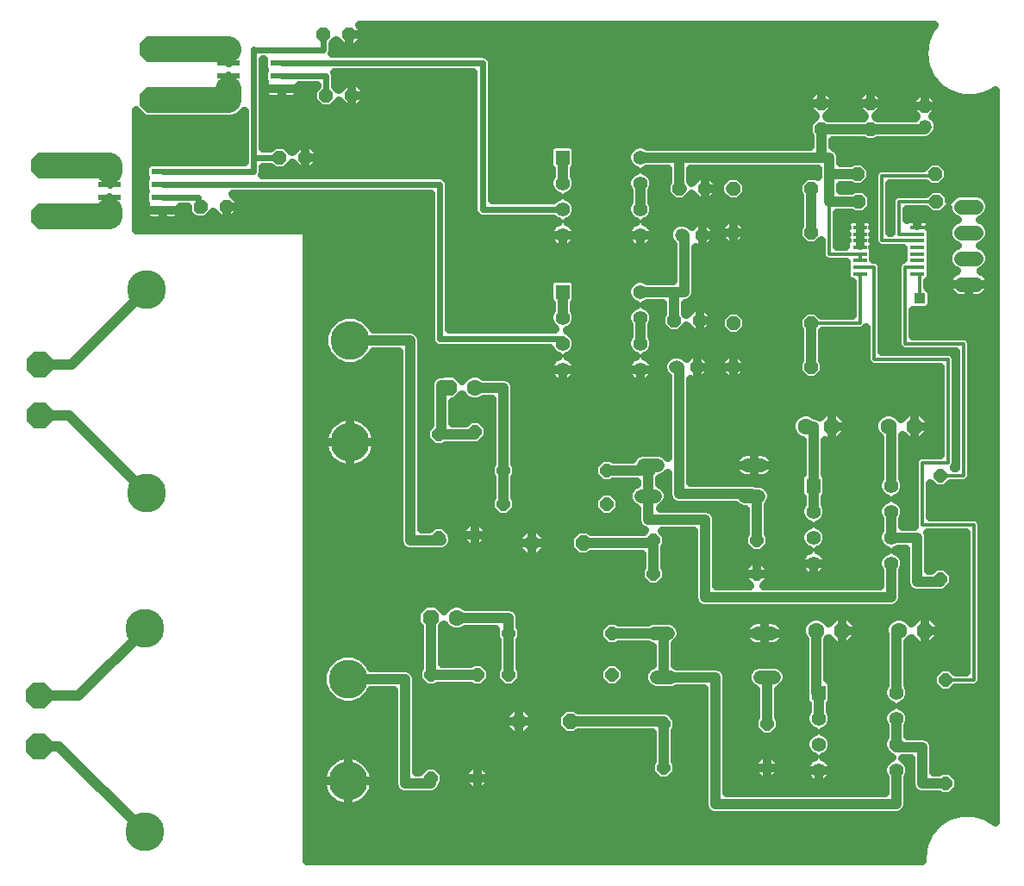
<source format=gtl>
G75*
G70*
%OFA0B0*%
%FSLAX24Y24*%
%IPPOS*%
%LPD*%
%AMOC8*
5,1,8,0,0,1.08239X$1,22.5*
%
%ADD10OC8,0.0594*%
%ADD11OC8,0.0515*%
%ADD12OC8,0.0630*%
%ADD13C,0.0630*%
%ADD14C,0.1500*%
%ADD15C,0.0520*%
%ADD16OC8,0.1000*%
%ADD17R,0.0550X0.0550*%
%ADD18C,0.0550*%
%ADD19R,0.0580X0.0140*%
%ADD20OC8,0.0520*%
%ADD21C,0.0520*%
%ADD22R,0.0866X0.0236*%
%ADD23C,0.0560*%
%ADD24C,0.0320*%
%ADD25C,0.0400*%
%ADD26C,0.0160*%
%ADD27C,0.0240*%
%ADD28C,0.0120*%
%ADD29C,0.1000*%
%ADD30R,0.0436X0.0436*%
D10*
X021000Y007000D03*
X023000Y007000D03*
X023500Y013900D03*
X021500Y013900D03*
D11*
X020400Y015400D03*
X020400Y016700D03*
X019300Y018200D03*
X017900Y018100D03*
X017900Y014100D03*
X019300Y014200D03*
X020600Y010400D03*
X020600Y008800D03*
X019400Y008800D03*
X017600Y008800D03*
X017600Y004800D03*
X019400Y004800D03*
X024600Y008800D03*
X024600Y010400D03*
X026200Y012700D03*
X026200Y014000D03*
X024400Y015400D03*
X024400Y016700D03*
X030200Y014000D03*
X030200Y012700D03*
X030600Y006900D03*
X030600Y005200D03*
X026600Y005200D03*
X026600Y006900D03*
X037500Y008600D03*
X037300Y012500D03*
X037300Y016500D03*
X037500Y004600D03*
D12*
X036700Y010500D03*
X033500Y010500D03*
X033100Y018400D03*
X036300Y018400D03*
X018300Y019900D03*
X017600Y011000D03*
D13*
X018600Y011000D03*
X019300Y019900D03*
X032100Y018400D03*
X035300Y018400D03*
X035700Y010500D03*
X032500Y010500D03*
D14*
X014397Y008619D03*
X014397Y004681D03*
X006523Y002713D03*
X006523Y010587D03*
X006601Y015813D03*
X014475Y017781D03*
X014475Y021719D03*
X006601Y023687D03*
D15*
X025840Y016900D02*
X026360Y016900D01*
X026260Y015700D02*
X025740Y015700D01*
X029740Y015700D02*
X030260Y015700D01*
X030360Y016900D02*
X029840Y016900D01*
X030240Y010400D02*
X030760Y010400D01*
X030860Y008700D02*
X030340Y008700D01*
X026860Y008700D02*
X026340Y008700D01*
X026240Y010400D02*
X026760Y010400D01*
D16*
X002423Y006016D03*
X002423Y007984D03*
X002466Y018816D03*
X002466Y020784D03*
X002628Y026516D03*
X002628Y028484D03*
X006828Y031028D03*
X006828Y032997D03*
D17*
X022700Y028800D03*
X022700Y023600D03*
X032400Y016100D03*
X032600Y008100D03*
D18*
X032600Y007100D03*
X032600Y006100D03*
X032600Y005100D03*
X035600Y005100D03*
X035600Y006100D03*
X035600Y007100D03*
X035600Y008100D03*
X035400Y013100D03*
X035400Y014100D03*
X035400Y015100D03*
X035400Y016100D03*
X032400Y015100D03*
X032400Y014100D03*
X032400Y013100D03*
X025700Y020600D03*
X025700Y021600D03*
X025700Y022600D03*
X025700Y023600D03*
X025700Y025800D03*
X025700Y026800D03*
X025700Y027800D03*
X025700Y028800D03*
X022700Y027800D03*
X022700Y026800D03*
X022700Y025800D03*
X022700Y022600D03*
X022700Y021600D03*
X022700Y020600D03*
D19*
X034190Y024300D03*
X034190Y024560D03*
X034190Y024820D03*
X034190Y025070D03*
X034190Y025330D03*
X034190Y025580D03*
X034190Y025840D03*
X034190Y026100D03*
X036410Y026100D03*
X036410Y025840D03*
X036410Y025580D03*
X036410Y025330D03*
X036410Y025070D03*
X036410Y024820D03*
X036410Y024560D03*
X036410Y024300D03*
D20*
X037150Y027100D03*
X037100Y028150D03*
X036700Y030800D03*
X034600Y030900D03*
X034600Y029900D03*
X034100Y028150D03*
X034150Y027100D03*
X032300Y027600D03*
X032300Y025900D03*
X029300Y025900D03*
X028100Y025800D03*
X028200Y027600D03*
X027200Y027600D03*
X029300Y027600D03*
X032700Y029900D03*
X032700Y030900D03*
X032300Y022400D03*
X032300Y020700D03*
X029300Y020700D03*
X027900Y020700D03*
X028000Y022500D03*
X029300Y022400D03*
X027000Y022500D03*
X014550Y031200D03*
X013550Y031200D03*
X012750Y028800D03*
X011750Y028800D03*
X009700Y026900D03*
X008700Y026900D03*
X013450Y033550D03*
X014450Y033550D03*
D21*
X027300Y025800D03*
X027100Y020700D03*
X036700Y030000D03*
D22*
X011824Y031450D03*
X011824Y031950D03*
X011824Y032450D03*
X011824Y032950D03*
X009776Y032950D03*
X009776Y032450D03*
X009776Y031950D03*
X009776Y031450D03*
X007224Y028250D03*
X007224Y027750D03*
X007224Y027250D03*
X007224Y026750D03*
X005176Y026750D03*
X005176Y027250D03*
X005176Y027750D03*
X005176Y028250D03*
D23*
X038120Y026900D02*
X038680Y026900D01*
X038680Y025900D02*
X038120Y025900D01*
X038120Y024900D02*
X038680Y024900D01*
X038680Y023900D02*
X038120Y023900D01*
D24*
X038400Y023900D02*
X037580Y023900D01*
X038400Y023900D01*
X039220Y023900D01*
X039220Y023942D01*
X039207Y024026D01*
X039180Y024107D01*
X039142Y024183D01*
X039092Y024252D01*
X039032Y024312D01*
X038963Y024362D01*
X038887Y024400D01*
X038857Y024410D01*
X038975Y024459D01*
X039121Y024605D01*
X039200Y024797D01*
X039200Y025003D01*
X039121Y025195D01*
X038975Y025341D01*
X038832Y025400D01*
X038975Y025459D01*
X039121Y025605D01*
X039200Y025797D01*
X039200Y026003D01*
X039121Y026195D01*
X038975Y026341D01*
X038832Y026400D01*
X038975Y026459D01*
X039121Y026605D01*
X039200Y026797D01*
X039200Y027003D01*
X039121Y027195D01*
X038975Y027341D01*
X038783Y027420D01*
X038017Y027420D01*
X037825Y027341D01*
X037679Y027195D01*
X037650Y027124D01*
X037650Y027307D01*
X037357Y027600D01*
X036943Y027600D01*
X036743Y027400D01*
X035640Y027400D01*
X035530Y027354D01*
X035446Y027270D01*
X035400Y027160D01*
X035400Y025900D01*
X035350Y025900D01*
X035350Y027800D01*
X036743Y027800D01*
X036893Y027650D01*
X037307Y027650D01*
X037600Y027943D01*
X037600Y028357D01*
X037307Y028650D01*
X036893Y028650D01*
X036643Y028400D01*
X034990Y028400D01*
X034880Y028354D01*
X034796Y028270D01*
X034750Y028160D01*
X034750Y025540D01*
X034796Y025430D01*
X034880Y025346D01*
X034990Y025300D01*
X035880Y025300D01*
X035880Y025212D01*
X035885Y025200D01*
X035880Y025188D01*
X035880Y024952D01*
X035883Y024945D01*
X035880Y024938D01*
X035880Y024856D01*
X035780Y024814D01*
X035696Y024730D01*
X035650Y024620D01*
X035650Y021540D01*
X035696Y021430D01*
X035780Y021346D01*
X035890Y021300D01*
X037900Y021300D01*
X037900Y016800D01*
X037824Y016800D01*
X037854Y016830D01*
X037900Y016940D01*
X037900Y021060D01*
X037854Y021170D01*
X037770Y021254D01*
X037660Y021300D01*
X035050Y021300D01*
X035050Y024620D01*
X035004Y024730D01*
X034920Y024814D01*
X034810Y024860D01*
X034720Y024860D01*
X034720Y024938D01*
X034717Y024945D01*
X034720Y024952D01*
X034720Y025160D01*
X034730Y025184D01*
X034740Y025234D01*
X034740Y025330D01*
X034740Y025426D01*
X034734Y025455D01*
X034740Y025484D01*
X034740Y025580D01*
X034740Y025676D01*
X034733Y025710D01*
X034740Y025744D01*
X034740Y025840D01*
X034740Y025936D01*
X034733Y025970D01*
X034740Y026004D01*
X034740Y026100D01*
X034740Y026196D01*
X034730Y026246D01*
X034710Y026293D01*
X034682Y026336D01*
X034646Y026372D01*
X034603Y026400D01*
X034556Y026420D01*
X034506Y026430D01*
X034190Y026430D01*
X034190Y026100D01*
X034190Y026100D01*
X034190Y026430D01*
X033874Y026430D01*
X033824Y026420D01*
X033777Y026400D01*
X033734Y026372D01*
X033698Y026336D01*
X033670Y026293D01*
X033650Y026246D01*
X033640Y026196D01*
X033640Y026100D01*
X033722Y026100D01*
X033640Y026100D01*
X033640Y026004D01*
X033647Y025970D01*
X033640Y025936D01*
X033640Y025840D01*
X033722Y025840D01*
X033640Y025840D01*
X033640Y025744D01*
X033647Y025710D01*
X033640Y025676D01*
X033640Y025580D01*
X033712Y025580D01*
X033640Y025580D01*
X033640Y025484D01*
X033646Y025455D01*
X033640Y025426D01*
X033640Y025370D01*
X033300Y025370D01*
X033300Y026660D01*
X033883Y026660D01*
X033943Y026600D01*
X034357Y026600D01*
X034650Y026893D01*
X034650Y027307D01*
X034357Y027600D01*
X033943Y027600D01*
X033883Y027540D01*
X033440Y027540D01*
X033440Y027710D01*
X033833Y027710D01*
X033893Y027650D01*
X034307Y027650D01*
X034600Y027943D01*
X034600Y028357D01*
X034307Y028650D01*
X033893Y028650D01*
X033833Y028590D01*
X033440Y028590D01*
X033440Y028888D01*
X033373Y029049D01*
X033249Y029173D01*
X033140Y029218D01*
X033140Y029460D01*
X034333Y029460D01*
X034393Y029400D01*
X034807Y029400D01*
X034867Y029460D01*
X036788Y029460D01*
X036949Y029527D01*
X037073Y029651D01*
X037084Y029677D01*
X037124Y029717D01*
X037200Y029901D01*
X037200Y030099D01*
X037124Y030283D01*
X037021Y030386D01*
X037220Y030585D01*
X037220Y030800D01*
X037220Y031015D01*
X036915Y031320D01*
X036700Y031320D01*
X036700Y030800D01*
X036700Y030800D01*
X037220Y030800D01*
X036700Y030800D01*
X036700Y030800D01*
X036700Y030800D01*
X036180Y030800D01*
X036180Y031015D01*
X036485Y031320D01*
X036700Y031320D01*
X036700Y030800D01*
X036180Y030800D01*
X036180Y030585D01*
X036379Y030386D01*
X036333Y030340D01*
X034867Y030340D01*
X034821Y030386D01*
X035120Y030685D01*
X035120Y030900D01*
X035120Y031115D01*
X034815Y031420D01*
X034600Y031420D01*
X034600Y030900D01*
X034600Y030900D01*
X035120Y030900D01*
X034600Y030900D01*
X034600Y030900D01*
X034600Y030900D01*
X034080Y030900D01*
X034080Y031115D01*
X034385Y031420D01*
X034600Y031420D01*
X034600Y030900D01*
X034080Y030900D01*
X034080Y030685D01*
X034379Y030386D01*
X034333Y030340D01*
X032967Y030340D01*
X032921Y030386D01*
X033220Y030685D01*
X033220Y030900D01*
X033220Y031115D01*
X032915Y031420D01*
X032700Y031420D01*
X032700Y030900D01*
X032700Y030900D01*
X033220Y030900D01*
X032700Y030900D01*
X032700Y030900D01*
X032700Y030900D01*
X032180Y030900D01*
X032180Y031115D01*
X032485Y031420D01*
X032700Y031420D01*
X032700Y030900D01*
X032180Y030900D01*
X032180Y030685D01*
X032479Y030386D01*
X032200Y030107D01*
X032200Y029693D01*
X032260Y029633D01*
X032260Y029240D01*
X025984Y029240D01*
X025802Y029315D01*
X025598Y029315D01*
X025408Y029237D01*
X025263Y029092D01*
X025185Y028902D01*
X025185Y028698D01*
X025263Y028508D01*
X025408Y028363D01*
X025561Y028300D01*
X025408Y028237D01*
X025263Y028092D01*
X025185Y027902D01*
X025185Y027698D01*
X025260Y027516D01*
X025260Y027084D01*
X025185Y026902D01*
X025185Y026698D01*
X025263Y026508D01*
X025408Y026363D01*
X025538Y026310D01*
X025495Y026296D01*
X025420Y026258D01*
X025351Y026208D01*
X025292Y026149D01*
X025242Y026080D01*
X025204Y026005D01*
X025178Y025925D01*
X025165Y025842D01*
X025165Y025800D01*
X025700Y025800D01*
X026235Y025800D01*
X026235Y025842D01*
X026222Y025925D01*
X026196Y026005D01*
X026158Y026080D01*
X026108Y026149D01*
X026049Y026208D01*
X025980Y026258D01*
X025905Y026296D01*
X025862Y026310D01*
X025992Y026363D01*
X026137Y026508D01*
X026215Y026698D01*
X026215Y026902D01*
X026140Y027084D01*
X026140Y027516D01*
X026215Y027698D01*
X026215Y027902D01*
X026137Y028092D01*
X025992Y028237D01*
X025839Y028300D01*
X025984Y028360D01*
X026760Y028360D01*
X026760Y027867D01*
X026700Y027807D01*
X026700Y027393D01*
X026993Y027100D01*
X027407Y027100D01*
X027523Y027216D01*
X027549Y027227D01*
X027673Y027351D01*
X027684Y027377D01*
X027686Y027379D01*
X027985Y027080D01*
X028200Y027080D01*
X028415Y027080D01*
X028720Y027385D01*
X028720Y027600D01*
X028720Y027815D01*
X028415Y028120D01*
X028200Y028120D01*
X028200Y027600D01*
X028200Y027600D01*
X028720Y027600D01*
X028200Y027600D01*
X028200Y027600D01*
X028200Y028120D01*
X027985Y028120D01*
X027686Y027821D01*
X027684Y027823D01*
X027673Y027849D01*
X027640Y027882D01*
X027640Y028360D01*
X032560Y028360D01*
X032560Y028047D01*
X032507Y028100D01*
X032093Y028100D01*
X031800Y027807D01*
X031800Y027393D01*
X031860Y027333D01*
X031860Y026167D01*
X031800Y026107D01*
X031800Y025693D01*
X032093Y025400D01*
X032507Y025400D01*
X032700Y025593D01*
X032700Y025010D01*
X032746Y024900D01*
X032830Y024816D01*
X032940Y024770D01*
X033660Y024770D01*
X033660Y024702D01*
X033665Y024690D01*
X033660Y024678D01*
X033660Y024442D01*
X033665Y024430D01*
X033660Y024418D01*
X033660Y024182D01*
X033697Y024094D01*
X033764Y024027D01*
X033852Y023990D01*
X033900Y023990D01*
X033900Y022700D01*
X032707Y022700D01*
X032507Y022900D01*
X032093Y022900D01*
X031800Y022607D01*
X031800Y022193D01*
X031860Y022133D01*
X031860Y020967D01*
X031800Y020907D01*
X031800Y020493D01*
X032093Y020200D01*
X032507Y020200D01*
X032800Y020493D01*
X032800Y020907D01*
X032740Y020967D01*
X032740Y022100D01*
X034260Y022100D01*
X034370Y022146D01*
X034450Y022226D01*
X034450Y020940D01*
X034496Y020830D01*
X034580Y020746D01*
X034690Y020700D01*
X037300Y020700D01*
X037300Y017300D01*
X036540Y017300D01*
X036430Y017254D01*
X036346Y017170D01*
X036300Y017060D01*
X036300Y014540D01*
X035840Y014540D01*
X035840Y014816D01*
X035915Y014998D01*
X035915Y015202D01*
X035837Y015392D01*
X035692Y015537D01*
X035539Y015600D01*
X035692Y015663D01*
X035837Y015808D01*
X035915Y015998D01*
X035915Y016202D01*
X035840Y016384D01*
X035840Y018047D01*
X036062Y017825D01*
X036300Y017825D01*
X036538Y017825D01*
X036875Y018162D01*
X036875Y018400D01*
X036875Y018638D01*
X036538Y018975D01*
X036300Y018975D01*
X036300Y018400D01*
X036300Y018400D01*
X036875Y018400D01*
X036300Y018400D01*
X036300Y018400D01*
X036300Y018975D01*
X036062Y018975D01*
X035779Y018693D01*
X035771Y018714D01*
X035614Y018871D01*
X035410Y018955D01*
X035190Y018955D01*
X034986Y018871D01*
X034829Y018714D01*
X034745Y018510D01*
X034745Y018290D01*
X034829Y018086D01*
X034960Y017955D01*
X034960Y016384D01*
X034885Y016202D01*
X034885Y015998D01*
X034963Y015808D01*
X035108Y015663D01*
X035261Y015600D01*
X035108Y015537D01*
X034963Y015392D01*
X034885Y015202D01*
X034885Y014998D01*
X034960Y014816D01*
X034960Y014384D01*
X034885Y014202D01*
X034885Y013998D01*
X034963Y013808D01*
X035108Y013663D01*
X035261Y013600D01*
X035108Y013537D01*
X034963Y013392D01*
X034885Y013202D01*
X034885Y012998D01*
X034960Y012816D01*
X034960Y012240D01*
X030472Y012240D01*
X030717Y012486D01*
X030717Y012700D01*
X030200Y012700D01*
X030200Y012700D01*
X030200Y013217D01*
X030414Y013217D01*
X030717Y012914D01*
X030717Y012700D01*
X030200Y012700D01*
X030200Y012700D01*
X030200Y012700D01*
X029683Y012700D01*
X029683Y012914D01*
X029986Y013217D01*
X030200Y013217D01*
X030200Y012700D01*
X029683Y012700D01*
X029683Y012486D01*
X029928Y012240D01*
X028640Y012240D01*
X028640Y014888D01*
X028573Y015049D01*
X028449Y015173D01*
X028288Y015240D01*
X026456Y015240D01*
X026543Y015276D01*
X026684Y015417D01*
X026760Y015601D01*
X026760Y015799D01*
X026684Y015983D01*
X026543Y016124D01*
X026440Y016167D01*
X026440Y016400D01*
X026459Y016400D01*
X026643Y016476D01*
X026760Y016593D01*
X026760Y015712D01*
X026827Y015551D01*
X026951Y015427D01*
X027112Y015360D01*
X029373Y015360D01*
X029457Y015276D01*
X029641Y015200D01*
X029760Y015200D01*
X029760Y014264D01*
X029703Y014206D01*
X029703Y013794D01*
X029994Y013503D01*
X030406Y013503D01*
X030697Y013794D01*
X030697Y014206D01*
X030640Y014264D01*
X030640Y015373D01*
X030684Y015417D01*
X030760Y015601D01*
X030760Y015799D01*
X030684Y015983D01*
X030543Y016124D01*
X030359Y016200D01*
X030184Y016200D01*
X030088Y016240D01*
X027640Y016240D01*
X027640Y020225D01*
X027685Y020180D01*
X027900Y020180D01*
X028115Y020180D01*
X028420Y020485D01*
X028420Y020700D01*
X028420Y020915D01*
X028115Y021220D01*
X027900Y021220D01*
X027900Y020700D01*
X027900Y020700D01*
X028420Y020700D01*
X027900Y020700D01*
X027900Y020700D01*
X027900Y021220D01*
X027685Y021220D01*
X027493Y021029D01*
X027449Y021073D01*
X027423Y021084D01*
X027383Y021124D01*
X027199Y021200D01*
X027001Y021200D01*
X026817Y021124D01*
X026777Y021084D01*
X026751Y021073D01*
X026627Y020949D01*
X026560Y020788D01*
X026560Y020612D01*
X026627Y020451D01*
X026751Y020327D01*
X026760Y020323D01*
X026760Y017207D01*
X026643Y017324D01*
X026459Y017400D01*
X025741Y017400D01*
X025557Y017324D01*
X025416Y017183D01*
X025398Y017140D01*
X024664Y017140D01*
X024606Y017197D01*
X024194Y017197D01*
X023903Y016906D01*
X023903Y016494D01*
X024194Y016203D01*
X024606Y016203D01*
X024664Y016260D01*
X025560Y016260D01*
X025560Y016167D01*
X025457Y016124D01*
X025316Y015983D01*
X025240Y015799D01*
X025240Y015601D01*
X025316Y015417D01*
X025457Y015276D01*
X025560Y015233D01*
X025560Y014712D01*
X025627Y014551D01*
X025751Y014427D01*
X025873Y014376D01*
X025836Y014340D01*
X023819Y014340D01*
X023722Y014437D01*
X023278Y014437D01*
X022963Y014122D01*
X022963Y013678D01*
X023278Y013363D01*
X023722Y013363D01*
X023819Y013460D01*
X025760Y013460D01*
X025760Y012964D01*
X025703Y012906D01*
X025703Y012494D01*
X025994Y012203D01*
X026406Y012203D01*
X026697Y012494D01*
X026697Y012906D01*
X026640Y012964D01*
X026640Y013736D01*
X026697Y013794D01*
X026697Y014206D01*
X026544Y014360D01*
X027760Y014360D01*
X027760Y011712D01*
X027827Y011551D01*
X027951Y011427D01*
X028112Y011360D01*
X035488Y011360D01*
X035649Y011427D01*
X035773Y011551D01*
X035840Y011712D01*
X035840Y012816D01*
X035915Y012998D01*
X035915Y013202D01*
X035837Y013392D01*
X035692Y013537D01*
X035539Y013600D01*
X035684Y013660D01*
X035960Y013660D01*
X035960Y012312D01*
X036027Y012151D01*
X036151Y012027D01*
X036312Y011960D01*
X037388Y011960D01*
X037490Y012003D01*
X037506Y012003D01*
X037517Y012014D01*
X037549Y012027D01*
X037673Y012151D01*
X037686Y012183D01*
X037797Y012294D01*
X037797Y012706D01*
X037506Y012997D01*
X037094Y012997D01*
X036936Y012840D01*
X036840Y012840D01*
X036840Y014188D01*
X036793Y014300D01*
X038300Y014300D01*
X038300Y008900D01*
X037904Y008900D01*
X037706Y009097D01*
X037294Y009097D01*
X037003Y008806D01*
X037003Y008394D01*
X037294Y008103D01*
X037706Y008103D01*
X037904Y008300D01*
X038660Y008300D01*
X038770Y008346D01*
X038854Y008430D01*
X038900Y008540D01*
X038900Y014660D01*
X038854Y014770D01*
X038770Y014854D01*
X038660Y014900D01*
X036900Y014900D01*
X036900Y016196D01*
X037094Y016003D01*
X037506Y016003D01*
X037704Y016200D01*
X038260Y016200D01*
X038370Y016246D01*
X038454Y016330D01*
X038500Y016440D01*
X038500Y021660D01*
X038454Y021770D01*
X038370Y021854D01*
X038260Y021900D01*
X036250Y021900D01*
X036250Y022892D01*
X036766Y022892D01*
X036854Y022929D01*
X036921Y022996D01*
X036958Y023084D01*
X036958Y023616D01*
X036921Y023704D01*
X036854Y023771D01*
X036800Y023794D01*
X036800Y024012D01*
X036836Y024027D01*
X036903Y024094D01*
X036940Y024182D01*
X036940Y024418D01*
X036935Y024430D01*
X036940Y024442D01*
X036940Y024678D01*
X036935Y024690D01*
X036940Y024702D01*
X036940Y024938D01*
X036937Y024945D01*
X036940Y024952D01*
X036940Y025188D01*
X036935Y025200D01*
X036940Y025212D01*
X036940Y025448D01*
X036937Y025455D01*
X036940Y025462D01*
X036940Y025698D01*
X036935Y025710D01*
X036940Y025722D01*
X036940Y025930D01*
X036950Y025954D01*
X036960Y026004D01*
X036960Y026100D01*
X036960Y026196D01*
X036950Y026246D01*
X036930Y026293D01*
X036902Y026336D01*
X036866Y026372D01*
X036823Y026400D01*
X036776Y026420D01*
X036726Y026430D01*
X036410Y026430D01*
X036410Y026150D01*
X036410Y026150D01*
X036410Y026430D01*
X036094Y026430D01*
X036044Y026420D01*
X036000Y026402D01*
X036000Y026800D01*
X036743Y026800D01*
X036943Y026600D01*
X037357Y026600D01*
X037600Y026843D01*
X037600Y026797D01*
X037679Y026605D01*
X037825Y026459D01*
X037968Y026400D01*
X037825Y026341D01*
X037679Y026195D01*
X037600Y026003D01*
X037600Y025797D01*
X037679Y025605D01*
X037825Y025459D01*
X037968Y025400D01*
X037825Y025341D01*
X037679Y025195D01*
X037600Y025003D01*
X037600Y024797D01*
X037679Y024605D01*
X037825Y024459D01*
X037943Y024410D01*
X037913Y024400D01*
X037837Y024362D01*
X037768Y024312D01*
X037708Y024252D01*
X037658Y024183D01*
X037620Y024107D01*
X037593Y024026D01*
X037580Y023942D01*
X037580Y023900D01*
X037580Y023858D01*
X037593Y023774D01*
X037620Y023693D01*
X037658Y023617D01*
X037708Y023548D01*
X037768Y023488D01*
X037837Y023438D01*
X037913Y023400D01*
X037994Y023373D01*
X038078Y023360D01*
X038400Y023360D01*
X038722Y023360D01*
X038806Y023373D01*
X038887Y023400D01*
X038963Y023438D01*
X039032Y023488D01*
X039092Y023548D01*
X039142Y023617D01*
X039180Y023693D01*
X039207Y023774D01*
X039220Y023858D01*
X039220Y023900D01*
X038400Y023900D01*
X038400Y023900D01*
X038400Y023360D01*
X038400Y023900D01*
X038400Y023900D01*
X038400Y023900D01*
X038400Y023888D02*
X038400Y023888D01*
X038400Y023569D02*
X038400Y023569D01*
X037693Y023569D02*
X036958Y023569D01*
X036958Y023251D02*
X039432Y023251D01*
X039432Y023569D02*
X039107Y023569D01*
X039220Y023888D02*
X039432Y023888D01*
X039432Y024206D02*
X039125Y024206D01*
X039040Y024525D02*
X039432Y024525D01*
X039432Y024843D02*
X039200Y024843D01*
X039135Y025162D02*
X039432Y025162D01*
X039432Y025480D02*
X038995Y025480D01*
X039200Y025799D02*
X039432Y025799D01*
X039432Y026117D02*
X039153Y026117D01*
X038917Y026436D02*
X039432Y026436D01*
X039432Y026754D02*
X039182Y026754D01*
X039171Y027073D02*
X039432Y027073D01*
X039432Y027391D02*
X038853Y027391D01*
X039432Y027710D02*
X037367Y027710D01*
X037566Y027391D02*
X037947Y027391D01*
X037618Y026754D02*
X037511Y026754D01*
X037883Y026436D02*
X036000Y026436D01*
X036000Y026754D02*
X036789Y026754D01*
X036849Y026100D02*
X036960Y026100D01*
X036849Y026100D01*
X036849Y026100D01*
X036960Y026117D02*
X037647Y026117D01*
X037600Y025799D02*
X036940Y025799D01*
X036940Y025480D02*
X037805Y025480D01*
X037665Y025162D02*
X036940Y025162D01*
X036940Y024843D02*
X037600Y024843D01*
X037760Y024525D02*
X036940Y024525D01*
X036940Y024206D02*
X037675Y024206D01*
X037580Y023888D02*
X036800Y023888D01*
X035849Y024843D02*
X034851Y024843D01*
X034721Y025162D02*
X035880Y025162D01*
X035650Y024525D02*
X035050Y024525D01*
X035050Y024206D02*
X035650Y024206D01*
X035650Y023888D02*
X035050Y023888D01*
X035050Y023569D02*
X035650Y023569D01*
X035650Y023251D02*
X035050Y023251D01*
X035050Y022932D02*
X035650Y022932D01*
X035650Y022614D02*
X035050Y022614D01*
X035050Y022295D02*
X035650Y022295D01*
X035650Y021977D02*
X035050Y021977D01*
X035050Y021658D02*
X035650Y021658D01*
X035795Y021340D02*
X035050Y021340D01*
X034450Y021340D02*
X032740Y021340D01*
X032740Y021658D02*
X034450Y021658D01*
X034450Y021977D02*
X032740Y021977D01*
X031860Y021977D02*
X029584Y021977D01*
X029507Y021900D02*
X029800Y022193D01*
X029800Y022607D01*
X029507Y022900D01*
X029093Y022900D01*
X028800Y022607D01*
X028800Y022193D01*
X029093Y021900D01*
X029507Y021900D01*
X029800Y022295D02*
X031800Y022295D01*
X031806Y022614D02*
X029794Y022614D01*
X029016Y021977D02*
X026140Y021977D01*
X026140Y021884D02*
X026140Y022316D01*
X026215Y022498D01*
X026215Y022702D01*
X026137Y022892D01*
X025992Y023037D01*
X025839Y023100D01*
X025984Y023160D01*
X026560Y023160D01*
X026560Y022767D01*
X026500Y022707D01*
X026500Y022293D01*
X026793Y022000D01*
X027207Y022000D01*
X027486Y022279D01*
X027785Y021980D01*
X028000Y021980D01*
X028215Y021980D01*
X028520Y022285D01*
X028520Y022500D01*
X028520Y022715D01*
X028215Y023020D01*
X028000Y023020D01*
X028000Y022500D01*
X028520Y022500D01*
X028000Y022500D01*
X028000Y022500D01*
X028000Y022500D01*
X028000Y021980D01*
X028000Y022500D01*
X028000Y022500D01*
X028000Y023020D01*
X027785Y023020D01*
X027486Y022721D01*
X027440Y022767D01*
X027440Y023160D01*
X027488Y023160D01*
X027649Y023227D01*
X027773Y023351D01*
X027840Y023512D01*
X027840Y025325D01*
X027885Y025280D01*
X028100Y025280D01*
X028315Y025280D01*
X028620Y025585D01*
X028620Y025800D01*
X028620Y026015D01*
X028315Y026320D01*
X028100Y026320D01*
X028100Y025800D01*
X028100Y025800D01*
X028620Y025800D01*
X028100Y025800D01*
X028100Y025800D01*
X028100Y026320D01*
X027885Y026320D01*
X027693Y026129D01*
X027649Y026173D01*
X027623Y026184D01*
X027583Y026224D01*
X027399Y026300D01*
X027201Y026300D01*
X027017Y026224D01*
X026876Y026083D01*
X026800Y025899D01*
X026800Y025701D01*
X026876Y025517D01*
X026960Y025433D01*
X026960Y024040D01*
X025984Y024040D01*
X025802Y024115D01*
X025598Y024115D01*
X025408Y024037D01*
X025263Y023892D01*
X025185Y023702D01*
X025185Y023498D01*
X025263Y023308D01*
X025408Y023163D01*
X025561Y023100D01*
X025408Y023037D01*
X025263Y022892D01*
X025185Y022702D01*
X025185Y022498D01*
X025260Y022316D01*
X025260Y021884D01*
X025185Y021702D01*
X025185Y021498D01*
X025263Y021308D01*
X025408Y021163D01*
X025538Y021110D01*
X025495Y021096D01*
X025420Y021058D01*
X025351Y021008D01*
X025292Y020949D01*
X025242Y020880D01*
X025204Y020805D01*
X025178Y020725D01*
X025165Y020642D01*
X025165Y020600D01*
X025700Y020600D01*
X026235Y020600D01*
X026235Y020642D01*
X026222Y020725D01*
X026196Y020805D01*
X026158Y020880D01*
X026108Y020949D01*
X026049Y021008D01*
X025980Y021058D01*
X025905Y021096D01*
X025862Y021110D01*
X025992Y021163D01*
X026137Y021308D01*
X026215Y021498D01*
X026215Y021702D01*
X026140Y021884D01*
X026215Y021658D02*
X031860Y021658D01*
X031860Y021340D02*
X026150Y021340D01*
X026031Y021021D02*
X026699Y021021D01*
X026560Y020703D02*
X026225Y020703D01*
X026235Y020600D02*
X025700Y020600D01*
X025700Y020600D01*
X025700Y020065D01*
X025742Y020065D01*
X025825Y020078D01*
X025905Y020104D01*
X025980Y020142D01*
X026049Y020192D01*
X026108Y020251D01*
X026158Y020320D01*
X026196Y020395D01*
X026222Y020475D01*
X026235Y020558D01*
X026235Y020600D01*
X026190Y020384D02*
X026694Y020384D01*
X026760Y020066D02*
X025745Y020066D01*
X025700Y020066D02*
X025700Y020066D01*
X025700Y020065D02*
X025700Y020600D01*
X025700Y020600D01*
X025700Y020600D01*
X025165Y020600D01*
X025165Y020558D01*
X025178Y020475D01*
X025204Y020395D01*
X025242Y020320D01*
X025292Y020251D01*
X025351Y020192D01*
X025420Y020142D01*
X025495Y020104D01*
X025575Y020078D01*
X025658Y020065D01*
X025700Y020065D01*
X025655Y020066D02*
X022745Y020066D01*
X022742Y020065D02*
X022825Y020078D01*
X022905Y020104D01*
X022980Y020142D01*
X023049Y020192D01*
X023108Y020251D01*
X023158Y020320D01*
X023196Y020395D01*
X023222Y020475D01*
X023235Y020558D01*
X023235Y020600D01*
X023235Y020642D01*
X023222Y020725D01*
X023196Y020805D01*
X023158Y020880D01*
X023108Y020949D01*
X023049Y021008D01*
X022980Y021058D01*
X022905Y021096D01*
X022862Y021110D01*
X022992Y021163D01*
X023137Y021308D01*
X023215Y021498D01*
X023215Y021702D01*
X023137Y021892D01*
X022992Y022037D01*
X022959Y022050D01*
X022904Y022105D01*
X022878Y022116D01*
X022992Y022163D01*
X023137Y022308D01*
X023215Y022498D01*
X023215Y022702D01*
X023140Y022884D01*
X023140Y023151D01*
X023178Y023189D01*
X023215Y023277D01*
X023215Y023923D01*
X023178Y024011D01*
X023111Y024078D01*
X023023Y024115D01*
X022377Y024115D01*
X022289Y024078D01*
X022222Y024011D01*
X022185Y023923D01*
X022185Y023277D01*
X022222Y023189D01*
X022260Y023151D01*
X022260Y022884D01*
X022185Y022702D01*
X022185Y022498D01*
X022263Y022308D01*
X022408Y022163D01*
X022416Y022160D01*
X018310Y022160D01*
X018310Y027822D01*
X018255Y027954D01*
X018154Y028055D01*
X018022Y028110D01*
X011082Y028110D01*
X011110Y028178D01*
X011110Y028440D01*
X011403Y028440D01*
X011543Y028300D01*
X011957Y028300D01*
X012236Y028579D01*
X012535Y028280D01*
X012750Y028280D01*
X012965Y028280D01*
X013270Y028585D01*
X013270Y028800D01*
X013270Y029015D01*
X012965Y029320D01*
X012750Y029320D01*
X012750Y028800D01*
X012750Y028800D01*
X013270Y028800D01*
X012750Y028800D01*
X012750Y028800D01*
X012750Y029320D01*
X012535Y029320D01*
X012236Y029021D01*
X011957Y029300D01*
X011543Y029300D01*
X011403Y029160D01*
X011110Y029160D01*
X011110Y032590D01*
X011151Y032590D01*
X011151Y032284D01*
X011185Y032200D01*
X011151Y032116D01*
X011151Y031784D01*
X011178Y031718D01*
X011160Y031691D01*
X011141Y031644D01*
X011131Y031594D01*
X011131Y031450D01*
X011131Y031306D01*
X011141Y031256D01*
X011160Y031209D01*
X011189Y031166D01*
X011225Y031130D01*
X011267Y031101D01*
X011315Y031082D01*
X011365Y031072D01*
X011824Y031072D01*
X012282Y031072D01*
X012333Y031082D01*
X012380Y031101D01*
X012422Y031130D01*
X012459Y031166D01*
X012487Y031209D01*
X012507Y031256D01*
X012517Y031306D01*
X012517Y031450D01*
X012517Y031590D01*
X013190Y031590D01*
X013190Y031547D01*
X013050Y031407D01*
X013050Y030993D01*
X013343Y030700D01*
X013757Y030700D01*
X014036Y030979D01*
X014335Y030680D01*
X014550Y030680D01*
X014765Y030680D01*
X015070Y030985D01*
X015070Y031200D01*
X015070Y031415D01*
X014765Y031720D01*
X014550Y031720D01*
X014550Y031200D01*
X014550Y031200D01*
X015070Y031200D01*
X014550Y031200D01*
X014550Y031200D01*
X014550Y031720D01*
X014335Y031720D01*
X014036Y031421D01*
X013910Y031547D01*
X013910Y032022D01*
X013882Y032090D01*
X019240Y032090D01*
X019240Y026728D01*
X019295Y026596D01*
X019396Y026495D01*
X019528Y026440D01*
X022332Y026440D01*
X022408Y026363D01*
X022538Y026310D01*
X022495Y026296D01*
X022420Y026258D01*
X022351Y026208D01*
X022292Y026149D01*
X022242Y026080D01*
X022204Y026005D01*
X022178Y025925D01*
X022165Y025842D01*
X022165Y025800D01*
X022700Y025800D01*
X023235Y025800D01*
X023235Y025842D01*
X023222Y025925D01*
X023196Y026005D01*
X023158Y026080D01*
X023108Y026149D01*
X023049Y026208D01*
X022980Y026258D01*
X022905Y026296D01*
X022862Y026310D01*
X022992Y026363D01*
X023137Y026508D01*
X023215Y026698D01*
X023215Y026902D01*
X023137Y027092D01*
X022992Y027237D01*
X022839Y027300D01*
X022992Y027363D01*
X023137Y027508D01*
X023215Y027698D01*
X023215Y027902D01*
X023140Y028084D01*
X023140Y028351D01*
X023178Y028389D01*
X023215Y028477D01*
X023215Y029123D01*
X023178Y029211D01*
X023111Y029278D01*
X023023Y029315D01*
X022377Y029315D01*
X022289Y029278D01*
X022222Y029211D01*
X022185Y029123D01*
X022185Y028477D01*
X022222Y028389D01*
X022260Y028351D01*
X022260Y028084D01*
X022185Y027902D01*
X022185Y027698D01*
X022263Y027508D01*
X022408Y027363D01*
X022561Y027300D01*
X022408Y027237D01*
X022332Y027160D01*
X019960Y027160D01*
X019960Y032522D01*
X019905Y032654D01*
X019804Y032755D01*
X019672Y032810D01*
X013782Y032810D01*
X013810Y032878D01*
X013810Y033203D01*
X013936Y033329D01*
X014235Y033030D01*
X014450Y033030D01*
X014665Y033030D01*
X014970Y033335D01*
X014970Y033550D01*
X014970Y033765D01*
X014825Y033910D01*
X037061Y033910D01*
X036950Y033783D01*
X036742Y033327D01*
X036671Y032831D01*
X036742Y032336D01*
X036742Y032336D01*
X036950Y031880D01*
X037279Y031501D01*
X037700Y031231D01*
X038181Y031089D01*
X038682Y031089D01*
X039162Y031231D01*
X039432Y031404D01*
X039432Y003088D01*
X039082Y003313D01*
X038602Y003454D01*
X038101Y003454D01*
X037620Y003313D01*
X037620Y003313D01*
X037199Y003042D01*
X037199Y003042D01*
X036870Y002664D01*
X036662Y002208D01*
X036591Y001712D01*
X036607Y001600D01*
X012800Y001600D01*
X012800Y026000D01*
X006200Y026000D01*
X006200Y030610D01*
X006522Y030288D01*
X009924Y030288D01*
X010196Y030401D01*
X010390Y030595D01*
X010390Y028610D01*
X007152Y028610D01*
X007147Y028608D01*
X006743Y028608D01*
X006655Y028572D01*
X006587Y028504D01*
X006551Y028416D01*
X006551Y028084D01*
X006585Y028000D01*
X006551Y027916D01*
X006551Y027584D01*
X006585Y027500D01*
X006551Y027416D01*
X006551Y027084D01*
X006578Y027018D01*
X006560Y026991D01*
X006541Y026944D01*
X006531Y026894D01*
X006531Y026750D01*
X006531Y026606D01*
X006541Y026556D01*
X006560Y026509D01*
X006589Y026466D01*
X006625Y026430D01*
X006667Y026401D01*
X006715Y026382D01*
X006765Y026372D01*
X007224Y026372D01*
X007682Y026372D01*
X007733Y026382D01*
X007780Y026401D01*
X007822Y026430D01*
X007859Y026466D01*
X007887Y026509D01*
X007907Y026556D01*
X007917Y026606D01*
X007917Y026750D01*
X007917Y026890D01*
X008200Y026890D01*
X008200Y026693D01*
X008219Y026673D01*
X008261Y026573D01*
X008373Y026461D01*
X008473Y026419D01*
X008493Y026400D01*
X008907Y026400D01*
X009186Y026679D01*
X009485Y026380D01*
X009700Y026380D01*
X009915Y026380D01*
X010220Y026685D01*
X010220Y026900D01*
X010220Y027115D01*
X009945Y027390D01*
X017590Y027390D01*
X017590Y021728D01*
X017645Y021596D01*
X017746Y021495D01*
X017878Y021440D01*
X022209Y021440D01*
X022263Y021308D01*
X022408Y021163D01*
X022538Y021110D01*
X022495Y021096D01*
X022420Y021058D01*
X022351Y021008D01*
X022292Y020949D01*
X022242Y020880D01*
X022204Y020805D01*
X022178Y020725D01*
X022165Y020642D01*
X022165Y020600D01*
X022700Y020600D01*
X023235Y020600D01*
X022700Y020600D01*
X022700Y020600D01*
X022700Y020065D01*
X022742Y020065D01*
X022700Y020066D02*
X022700Y020066D01*
X022700Y020065D02*
X022700Y020600D01*
X022700Y020600D01*
X022700Y020600D01*
X022165Y020600D01*
X022165Y020558D01*
X022178Y020475D01*
X022204Y020395D01*
X022242Y020320D01*
X022292Y020251D01*
X022351Y020192D01*
X022420Y020142D01*
X022495Y020104D01*
X022575Y020078D01*
X022658Y020065D01*
X022700Y020065D01*
X022655Y020066D02*
X020808Y020066D01*
X020840Y019988D02*
X020773Y020149D01*
X020649Y020273D01*
X020488Y020340D01*
X019645Y020340D01*
X019614Y020371D01*
X019410Y020455D01*
X019190Y020455D01*
X018986Y020371D01*
X018829Y020214D01*
X018812Y020173D01*
X018530Y020455D01*
X018070Y020455D01*
X018055Y020440D01*
X017912Y020440D01*
X017751Y020373D01*
X017627Y020249D01*
X017560Y020088D01*
X017560Y018464D01*
X017403Y018306D01*
X017403Y017894D01*
X017694Y017603D01*
X018106Y017603D01*
X018164Y017660D01*
X019388Y017660D01*
X019490Y017703D01*
X019506Y017703D01*
X019517Y017714D01*
X019549Y017727D01*
X019673Y017851D01*
X019686Y017883D01*
X019797Y017994D01*
X019797Y018406D01*
X019506Y018697D01*
X019094Y018697D01*
X018936Y018540D01*
X018440Y018540D01*
X018440Y019345D01*
X018530Y019345D01*
X018812Y019627D01*
X018829Y019586D01*
X018986Y019429D01*
X019190Y019345D01*
X019410Y019345D01*
X019614Y019429D01*
X019645Y019460D01*
X019960Y019460D01*
X019960Y016964D01*
X019903Y016906D01*
X019903Y016494D01*
X019960Y016436D01*
X019960Y015664D01*
X019903Y015606D01*
X019903Y015194D01*
X020194Y014903D01*
X020606Y014903D01*
X020897Y015194D01*
X020897Y015606D01*
X020840Y015664D01*
X020840Y016436D01*
X020897Y016494D01*
X020897Y016906D01*
X020840Y016964D01*
X020840Y019988D01*
X020840Y019747D02*
X026760Y019747D01*
X026760Y019429D02*
X020840Y019429D01*
X020840Y019110D02*
X026760Y019110D01*
X026760Y018792D02*
X020840Y018792D01*
X020840Y018473D02*
X026760Y018473D01*
X026760Y018155D02*
X020840Y018155D01*
X020840Y017836D02*
X026760Y017836D01*
X026760Y017518D02*
X020840Y017518D01*
X020840Y017199D02*
X025432Y017199D01*
X025560Y016244D02*
X024647Y016244D01*
X024606Y015897D02*
X024194Y015897D01*
X023903Y015606D01*
X023903Y015194D01*
X024194Y014903D01*
X024606Y014903D01*
X024897Y015194D01*
X024897Y015606D01*
X024606Y015897D01*
X024897Y015607D02*
X025240Y015607D01*
X025292Y015925D02*
X020840Y015925D01*
X020840Y016244D02*
X024153Y016244D01*
X023903Y016562D02*
X020897Y016562D01*
X020897Y016881D02*
X023903Y016881D01*
X023903Y015607D02*
X020897Y015607D01*
X020897Y015288D02*
X023903Y015288D01*
X024127Y014970D02*
X020673Y014970D01*
X021269Y014457D02*
X020943Y014131D01*
X020943Y013900D01*
X020943Y013669D01*
X021269Y013343D01*
X021500Y013343D01*
X021731Y013343D01*
X022057Y013669D01*
X022057Y013900D01*
X022057Y014131D01*
X021731Y014457D01*
X021500Y014457D01*
X021269Y014457D01*
X021145Y014333D02*
X019817Y014333D01*
X019817Y014414D02*
X019817Y014200D01*
X019300Y014200D01*
X019300Y014200D01*
X019300Y014717D01*
X019514Y014717D01*
X019817Y014414D01*
X019817Y014200D02*
X019300Y014200D01*
X019300Y014200D01*
X019300Y014200D01*
X018783Y014200D01*
X018783Y013986D01*
X019086Y013683D01*
X019300Y013683D01*
X019300Y014200D01*
X019300Y014717D01*
X019086Y014717D01*
X018783Y014414D01*
X018783Y014200D01*
X019300Y014200D01*
X019300Y013683D01*
X019514Y013683D01*
X019817Y013986D01*
X019817Y014200D01*
X019817Y014014D02*
X020943Y014014D01*
X020943Y013900D02*
X021500Y013900D01*
X022057Y013900D01*
X021500Y013900D01*
X021500Y013900D01*
X021500Y013900D01*
X021500Y014457D01*
X021500Y013900D01*
X021500Y013343D01*
X021500Y013900D01*
X021500Y013900D01*
X021500Y013900D01*
X020943Y013900D01*
X020943Y013696D02*
X019527Y013696D01*
X019300Y013696D02*
X019300Y013696D01*
X019073Y013696D02*
X018318Y013696D01*
X018373Y013751D02*
X018440Y013912D01*
X018440Y014088D01*
X018397Y014190D01*
X018397Y014306D01*
X018106Y014597D01*
X017694Y014597D01*
X017536Y014440D01*
X017240Y014440D01*
X017240Y021806D01*
X017173Y021968D01*
X017049Y022092D01*
X016888Y022159D01*
X015364Y022159D01*
X015314Y022279D01*
X015036Y022558D01*
X014672Y022709D01*
X014278Y022709D01*
X013914Y022558D01*
X013636Y022279D01*
X013485Y021915D01*
X013485Y021522D01*
X013636Y021158D01*
X013914Y020879D01*
X014278Y020729D01*
X014672Y020729D01*
X015036Y020879D01*
X015314Y021158D01*
X015364Y021279D01*
X016360Y021279D01*
X016360Y013912D01*
X016427Y013751D01*
X016551Y013627D01*
X016712Y013560D01*
X018088Y013560D01*
X018249Y013627D01*
X018373Y013751D01*
X018440Y014014D02*
X018783Y014014D01*
X018783Y014333D02*
X018371Y014333D01*
X019019Y014651D02*
X017240Y014651D01*
X017240Y014970D02*
X020127Y014970D01*
X019903Y015288D02*
X017240Y015288D01*
X017240Y015607D02*
X019903Y015607D01*
X019960Y015925D02*
X017240Y015925D01*
X017240Y016244D02*
X019960Y016244D01*
X019903Y016562D02*
X017240Y016562D01*
X017240Y016881D02*
X019903Y016881D01*
X019960Y017199D02*
X017240Y017199D01*
X017240Y017518D02*
X019960Y017518D01*
X019960Y017836D02*
X019658Y017836D01*
X019797Y018155D02*
X019960Y018155D01*
X019960Y018473D02*
X019731Y018473D01*
X019960Y018792D02*
X018440Y018792D01*
X018440Y019110D02*
X019960Y019110D01*
X019960Y019429D02*
X019612Y019429D01*
X018988Y019429D02*
X018613Y019429D01*
X018601Y020384D02*
X019018Y020384D01*
X019582Y020384D02*
X022210Y020384D01*
X022175Y020703D02*
X017240Y020703D01*
X017240Y021021D02*
X022369Y021021D01*
X022250Y021340D02*
X017240Y021340D01*
X017240Y021658D02*
X017619Y021658D01*
X017590Y021977D02*
X017164Y021977D01*
X017590Y022295D02*
X015298Y022295D01*
X014901Y022614D02*
X017590Y022614D01*
X017590Y022932D02*
X012800Y022932D01*
X012800Y022614D02*
X014049Y022614D01*
X013651Y022295D02*
X012800Y022295D01*
X012800Y021977D02*
X013510Y021977D01*
X013485Y021658D02*
X012800Y021658D01*
X012800Y021340D02*
X013560Y021340D01*
X013772Y021021D02*
X012800Y021021D01*
X012800Y020703D02*
X016360Y020703D01*
X016360Y021021D02*
X015177Y021021D01*
X016360Y020384D02*
X012800Y020384D01*
X012800Y020066D02*
X016360Y020066D01*
X016360Y019747D02*
X012800Y019747D01*
X012800Y019429D02*
X016360Y019429D01*
X016360Y019110D02*
X012800Y019110D01*
X012800Y018792D02*
X016360Y018792D01*
X016360Y018473D02*
X015212Y018473D01*
X015229Y018456D02*
X015149Y018536D01*
X015060Y018607D01*
X014964Y018667D01*
X014862Y018716D01*
X014755Y018754D01*
X014644Y018779D01*
X014532Y018791D01*
X014475Y018791D01*
X014475Y017782D01*
X014475Y017782D01*
X015485Y017782D01*
X015485Y017838D01*
X015472Y017951D01*
X015447Y018062D01*
X015409Y018169D01*
X015360Y018271D01*
X015300Y018367D01*
X015229Y018456D01*
X015414Y018155D02*
X016360Y018155D01*
X016360Y017836D02*
X015485Y017836D01*
X015485Y017781D02*
X014475Y017781D01*
X014475Y016771D01*
X014532Y016771D01*
X014644Y016784D01*
X014755Y016809D01*
X014862Y016847D01*
X014964Y016896D01*
X015060Y016956D01*
X015149Y017027D01*
X015229Y017107D01*
X015300Y017196D01*
X015360Y017292D01*
X015409Y017394D01*
X015447Y017501D01*
X015472Y017612D01*
X015485Y017725D01*
X015485Y017781D01*
X015451Y017518D02*
X016360Y017518D01*
X016360Y017199D02*
X015302Y017199D01*
X014932Y016881D02*
X016360Y016881D01*
X016360Y016562D02*
X012800Y016562D01*
X012800Y016244D02*
X016360Y016244D01*
X016360Y015925D02*
X012800Y015925D01*
X012800Y015607D02*
X016360Y015607D01*
X016360Y015288D02*
X012800Y015288D01*
X012800Y014970D02*
X016360Y014970D01*
X016360Y014651D02*
X012800Y014651D01*
X012800Y014333D02*
X016360Y014333D01*
X016360Y014014D02*
X012800Y014014D01*
X012800Y013696D02*
X016482Y013696D01*
X017370Y011555D02*
X017045Y011230D01*
X017045Y010770D01*
X017160Y010655D01*
X017160Y009064D01*
X017103Y009006D01*
X017103Y008594D01*
X017394Y008303D01*
X017806Y008303D01*
X017864Y008360D01*
X019136Y008360D01*
X019194Y008303D01*
X019606Y008303D01*
X019897Y008594D01*
X019897Y009006D01*
X019606Y009297D01*
X019194Y009297D01*
X019136Y009240D01*
X018040Y009240D01*
X018040Y010655D01*
X018112Y010727D01*
X018129Y010686D01*
X018286Y010529D01*
X018490Y010445D01*
X018710Y010445D01*
X018914Y010529D01*
X018945Y010560D01*
X020103Y010560D01*
X020103Y010194D01*
X020160Y010136D01*
X020160Y009064D01*
X020103Y009006D01*
X020103Y008594D01*
X020394Y008303D01*
X020806Y008303D01*
X021097Y008594D01*
X021097Y009006D01*
X021040Y009064D01*
X021040Y010136D01*
X021097Y010194D01*
X021097Y010606D01*
X021040Y010664D01*
X021040Y011088D01*
X020973Y011249D01*
X020849Y011373D01*
X020688Y011440D01*
X018945Y011440D01*
X018914Y011471D01*
X018710Y011555D01*
X018490Y011555D01*
X018286Y011471D01*
X018129Y011314D01*
X018112Y011273D01*
X017830Y011555D01*
X017370Y011555D01*
X017281Y011466D02*
X012800Y011466D01*
X012800Y011148D02*
X017045Y011148D01*
X017045Y010829D02*
X012800Y010829D01*
X012800Y010511D02*
X017160Y010511D01*
X017160Y010192D02*
X012800Y010192D01*
X012800Y009874D02*
X017160Y009874D01*
X017160Y009555D02*
X014723Y009555D01*
X014594Y009609D02*
X014200Y009609D01*
X013836Y009458D01*
X013558Y009179D01*
X013407Y008815D01*
X013407Y008422D01*
X013558Y008058D01*
X013836Y007779D01*
X014200Y007629D01*
X014594Y007629D01*
X014958Y007779D01*
X015236Y008058D01*
X015286Y008179D01*
X016160Y008179D01*
X016160Y004512D01*
X016227Y004351D01*
X016351Y004227D01*
X016512Y004160D01*
X017688Y004160D01*
X017849Y004227D01*
X017973Y004351D01*
X018040Y004512D01*
X018040Y004536D01*
X018097Y004594D01*
X018097Y005006D01*
X017806Y005297D01*
X017394Y005297D01*
X017136Y005040D01*
X017040Y005040D01*
X017040Y008706D01*
X016973Y008868D01*
X016849Y008992D01*
X016688Y009059D01*
X015286Y009059D01*
X015236Y009179D01*
X014958Y009458D01*
X014594Y009609D01*
X014071Y009555D02*
X012800Y009555D01*
X012800Y009237D02*
X013615Y009237D01*
X013449Y008918D02*
X012800Y008918D01*
X012800Y008600D02*
X013407Y008600D01*
X013465Y008281D02*
X012800Y008281D01*
X012800Y007963D02*
X013653Y007963D01*
X014163Y007644D02*
X012800Y007644D01*
X012800Y007326D02*
X016160Y007326D01*
X016160Y007644D02*
X014631Y007644D01*
X015141Y007963D02*
X016160Y007963D01*
X017040Y007963D02*
X028160Y007963D01*
X028160Y008260D02*
X028160Y003712D01*
X028227Y003551D01*
X028351Y003427D01*
X028512Y003360D01*
X035688Y003360D01*
X035849Y003427D01*
X035973Y003551D01*
X036040Y003712D01*
X036040Y004816D01*
X036115Y004998D01*
X036115Y005202D01*
X036037Y005392D01*
X035892Y005537D01*
X035835Y005560D01*
X036160Y005560D01*
X036160Y004512D01*
X036227Y004351D01*
X036351Y004227D01*
X036512Y004160D01*
X037236Y004160D01*
X037294Y004103D01*
X037706Y004103D01*
X037997Y004394D01*
X037997Y004806D01*
X037706Y005097D01*
X037294Y005097D01*
X037236Y005040D01*
X037040Y005040D01*
X037040Y006088D01*
X036973Y006249D01*
X036849Y006373D01*
X036688Y006440D01*
X036040Y006440D01*
X036040Y006816D01*
X036115Y006998D01*
X036115Y007202D01*
X036037Y007392D01*
X035892Y007537D01*
X035739Y007600D01*
X035892Y007663D01*
X036037Y007808D01*
X036115Y007998D01*
X036115Y008202D01*
X036040Y008384D01*
X036040Y010055D01*
X036171Y010186D01*
X036179Y010207D01*
X036462Y009925D01*
X036700Y009925D01*
X036938Y009925D01*
X037275Y010262D01*
X037275Y010500D01*
X037275Y010738D01*
X036938Y011075D01*
X036700Y011075D01*
X036700Y010500D01*
X037275Y010500D01*
X036700Y010500D01*
X036700Y010500D01*
X036700Y010500D01*
X036700Y009925D01*
X036700Y010500D01*
X036700Y010500D01*
X036700Y011075D01*
X036462Y011075D01*
X036179Y010793D01*
X036171Y010814D01*
X036014Y010971D01*
X035810Y011055D01*
X035590Y011055D01*
X035386Y010971D01*
X035229Y010814D01*
X035145Y010610D01*
X035145Y010390D01*
X035160Y010353D01*
X035160Y008384D01*
X035085Y008202D01*
X035085Y007998D01*
X035163Y007808D01*
X035308Y007663D01*
X035461Y007600D01*
X035308Y007537D01*
X035163Y007392D01*
X035085Y007202D01*
X035085Y006998D01*
X035160Y006816D01*
X035160Y006384D01*
X035085Y006202D01*
X035085Y005998D01*
X035163Y005808D01*
X035308Y005663D01*
X035319Y005659D01*
X035351Y005627D01*
X035439Y005591D01*
X035308Y005537D01*
X035163Y005392D01*
X035085Y005202D01*
X035085Y004998D01*
X035160Y004816D01*
X035160Y004240D01*
X029040Y004240D01*
X029040Y008788D01*
X028973Y008949D01*
X028849Y009073D01*
X028688Y009140D01*
X027104Y009140D01*
X027040Y009167D01*
X027040Y009975D01*
X027043Y009976D01*
X027184Y010117D01*
X027260Y010301D01*
X027260Y010499D01*
X027184Y010683D01*
X027043Y010824D01*
X026859Y010900D01*
X026141Y010900D01*
X025996Y010840D01*
X024864Y010840D01*
X024806Y010897D01*
X024394Y010897D01*
X024103Y010606D01*
X024103Y010194D01*
X024394Y009903D01*
X024806Y009903D01*
X024864Y009960D01*
X025996Y009960D01*
X026141Y009900D01*
X026160Y009900D01*
X026160Y009167D01*
X026057Y009124D01*
X025916Y008983D01*
X025840Y008799D01*
X025840Y008601D01*
X025916Y008417D01*
X026057Y008276D01*
X026241Y008200D01*
X026959Y008200D01*
X027104Y008260D01*
X028160Y008260D01*
X028160Y007644D02*
X017040Y007644D01*
X017040Y007326D02*
X020538Y007326D01*
X020443Y007231D02*
X020443Y007000D01*
X020443Y006769D01*
X020769Y006443D01*
X021000Y006443D01*
X021231Y006443D01*
X021557Y006769D01*
X021557Y007000D01*
X021557Y007231D01*
X021231Y007557D01*
X021000Y007557D01*
X020769Y007557D01*
X020443Y007231D01*
X020443Y007007D02*
X017040Y007007D01*
X017040Y006689D02*
X020524Y006689D01*
X020443Y007000D02*
X021000Y007000D01*
X021557Y007000D01*
X021000Y007000D01*
X021000Y007000D01*
X021000Y007000D01*
X021000Y007557D01*
X021000Y007000D01*
X021000Y006443D01*
X021000Y007000D01*
X021000Y007000D01*
X021000Y007000D01*
X020443Y007000D01*
X021000Y007007D02*
X021000Y007007D01*
X021000Y006689D02*
X021000Y006689D01*
X021476Y006689D02*
X022552Y006689D01*
X022463Y006778D02*
X022463Y007222D01*
X022778Y007537D01*
X023222Y007537D01*
X023319Y007440D01*
X026688Y007440D01*
X026790Y007397D01*
X026806Y007397D01*
X026817Y007386D01*
X026849Y007373D01*
X026973Y007249D01*
X026986Y007217D01*
X027097Y007106D01*
X027097Y006694D01*
X027040Y006636D01*
X027040Y005464D01*
X027097Y005406D01*
X027097Y004994D01*
X026806Y004703D01*
X026394Y004703D01*
X026103Y004994D01*
X026103Y005406D01*
X026160Y005464D01*
X026160Y006560D01*
X023319Y006560D01*
X023222Y006463D01*
X022778Y006463D01*
X022463Y006778D01*
X022463Y007007D02*
X021557Y007007D01*
X021462Y007326D02*
X022566Y007326D01*
X021000Y007326D02*
X021000Y007326D01*
X021097Y008600D02*
X024103Y008600D01*
X024103Y008594D02*
X024394Y008303D01*
X024806Y008303D01*
X025097Y008594D01*
X025097Y009006D01*
X024806Y009297D01*
X024394Y009297D01*
X024103Y009006D01*
X024103Y008594D01*
X024103Y008918D02*
X021097Y008918D01*
X021040Y009237D02*
X024333Y009237D01*
X024867Y009237D02*
X026160Y009237D01*
X026160Y009555D02*
X021040Y009555D01*
X021040Y009874D02*
X026160Y009874D01*
X027040Y009874D02*
X032060Y009874D01*
X032060Y010155D02*
X032060Y008012D01*
X032085Y007952D01*
X032085Y007777D01*
X032122Y007689D01*
X032160Y007651D01*
X032160Y007384D01*
X032085Y007202D01*
X032085Y006998D01*
X032163Y006808D01*
X032308Y006663D01*
X032461Y006600D01*
X032308Y006537D01*
X032163Y006392D01*
X032085Y006202D01*
X032085Y005998D01*
X032163Y005808D01*
X032308Y005663D01*
X032438Y005610D01*
X032395Y005596D01*
X032320Y005558D01*
X032251Y005508D01*
X032192Y005449D01*
X032142Y005380D01*
X032104Y005305D01*
X032078Y005225D01*
X032065Y005142D01*
X032065Y005100D01*
X032600Y005100D01*
X033135Y005100D01*
X033135Y005142D01*
X033122Y005225D01*
X033096Y005305D01*
X033058Y005380D01*
X033008Y005449D01*
X032949Y005508D01*
X032880Y005558D01*
X032805Y005596D01*
X032762Y005610D01*
X032892Y005663D01*
X033037Y005808D01*
X033115Y005998D01*
X033115Y006202D01*
X033037Y006392D01*
X032892Y006537D01*
X032739Y006600D01*
X032892Y006663D01*
X033037Y006808D01*
X033115Y006998D01*
X033115Y007202D01*
X033040Y007384D01*
X033040Y007651D01*
X033078Y007689D01*
X033115Y007777D01*
X033115Y008423D01*
X033078Y008511D01*
X033011Y008578D01*
X032940Y008608D01*
X032940Y010155D01*
X032971Y010186D01*
X032979Y010207D01*
X033262Y009925D01*
X033500Y009925D01*
X033738Y009925D01*
X034075Y010262D01*
X034075Y010500D01*
X034075Y010738D01*
X033738Y011075D01*
X033500Y011075D01*
X033500Y010500D01*
X034075Y010500D01*
X033500Y010500D01*
X033500Y010500D01*
X033500Y010500D01*
X033500Y009925D01*
X033500Y010500D01*
X033500Y010500D01*
X033500Y011075D01*
X033262Y011075D01*
X032979Y010793D01*
X032971Y010814D01*
X032814Y010971D01*
X032610Y011055D01*
X032390Y011055D01*
X032186Y010971D01*
X032029Y010814D01*
X031945Y010610D01*
X031945Y010390D01*
X032029Y010186D01*
X032060Y010155D01*
X032027Y010192D02*
X031238Y010192D01*
X031242Y010200D02*
X031267Y010278D01*
X031280Y010359D01*
X031280Y010400D01*
X031280Y010441D01*
X031267Y010522D01*
X031242Y010600D01*
X031205Y010673D01*
X031157Y010739D01*
X031099Y010797D01*
X031033Y010845D01*
X030960Y010882D01*
X030882Y010907D01*
X030801Y010920D01*
X030500Y010920D01*
X030500Y010400D01*
X030500Y010400D01*
X031280Y010400D01*
X030500Y010400D01*
X030500Y010400D01*
X030500Y009880D01*
X030801Y009880D01*
X030882Y009893D01*
X030960Y009918D01*
X031033Y009955D01*
X031099Y010003D01*
X031157Y010061D01*
X031205Y010127D01*
X031242Y010200D01*
X031269Y010511D02*
X031945Y010511D01*
X032044Y010829D02*
X031054Y010829D01*
X030500Y010829D02*
X030500Y010829D01*
X030500Y010920D02*
X030199Y010920D01*
X030118Y010907D01*
X030040Y010882D01*
X029967Y010845D01*
X029901Y010797D01*
X029843Y010739D01*
X029795Y010673D01*
X029758Y010600D01*
X029733Y010522D01*
X029720Y010441D01*
X029720Y010400D01*
X030500Y010400D01*
X030500Y010400D01*
X030500Y010400D01*
X030500Y010920D01*
X030500Y010511D02*
X030500Y010511D01*
X030500Y010400D02*
X029720Y010400D01*
X029720Y010359D01*
X029733Y010278D01*
X029758Y010200D01*
X029795Y010127D01*
X029843Y010061D01*
X029901Y010003D01*
X029967Y009955D01*
X030040Y009918D01*
X030118Y009893D01*
X030199Y009880D01*
X030500Y009880D01*
X030500Y010400D01*
X030500Y010192D02*
X030500Y010192D01*
X029762Y010192D02*
X027215Y010192D01*
X027255Y010511D02*
X029731Y010511D01*
X029946Y010829D02*
X027031Y010829D01*
X027912Y011466D02*
X018919Y011466D01*
X018281Y011466D02*
X017919Y011466D01*
X018040Y010511D02*
X018331Y010511D01*
X018040Y010192D02*
X020104Y010192D01*
X020103Y010511D02*
X018869Y010511D01*
X018040Y009874D02*
X020160Y009874D01*
X020160Y009555D02*
X018040Y009555D01*
X017160Y009237D02*
X015179Y009237D01*
X016923Y008918D02*
X017103Y008918D01*
X017103Y008600D02*
X017040Y008600D01*
X017040Y008281D02*
X026052Y008281D01*
X025840Y008600D02*
X025097Y008600D01*
X025097Y008918D02*
X025889Y008918D01*
X027040Y009237D02*
X032060Y009237D01*
X032060Y009555D02*
X027040Y009555D01*
X028986Y008918D02*
X029889Y008918D01*
X029916Y008983D02*
X029840Y008799D01*
X029840Y008601D01*
X029916Y008417D01*
X030057Y008276D01*
X030160Y008233D01*
X030160Y007164D01*
X030103Y007106D01*
X030103Y006694D01*
X030394Y006403D01*
X030806Y006403D01*
X031097Y006694D01*
X031097Y007106D01*
X031040Y007164D01*
X031040Y008233D01*
X031143Y008276D01*
X031284Y008417D01*
X031360Y008601D01*
X031360Y008799D01*
X031284Y008983D01*
X031143Y009124D01*
X030959Y009200D01*
X030241Y009200D01*
X030057Y009124D01*
X029916Y008983D01*
X029840Y008600D02*
X029040Y008600D01*
X029040Y008281D02*
X030052Y008281D01*
X030160Y007963D02*
X029040Y007963D01*
X029040Y007644D02*
X030160Y007644D01*
X030160Y007326D02*
X029040Y007326D01*
X029040Y007007D02*
X030103Y007007D01*
X030108Y006689D02*
X029040Y006689D01*
X029040Y006370D02*
X032154Y006370D01*
X032085Y006052D02*
X029040Y006052D01*
X029040Y005733D02*
X032239Y005733D01*
X032167Y005415D02*
X031117Y005415D01*
X031117Y005414D02*
X030814Y005717D01*
X030600Y005717D01*
X030600Y005200D01*
X031117Y005200D01*
X030600Y005200D01*
X030600Y005200D01*
X030600Y005200D01*
X030600Y004683D01*
X030814Y004683D01*
X031117Y004986D01*
X031117Y005200D01*
X031117Y005414D01*
X031117Y005096D02*
X032065Y005096D01*
X032065Y005100D02*
X032065Y005058D01*
X032078Y004975D01*
X032104Y004895D01*
X032142Y004820D01*
X032192Y004751D01*
X032251Y004692D01*
X032320Y004642D01*
X032395Y004604D01*
X032475Y004578D01*
X032558Y004565D01*
X032600Y004565D01*
X032642Y004565D01*
X032725Y004578D01*
X032805Y004604D01*
X032880Y004642D01*
X032949Y004692D01*
X033008Y004751D01*
X033058Y004820D01*
X033096Y004895D01*
X033122Y004975D01*
X033135Y005058D01*
X033135Y005100D01*
X032600Y005100D01*
X032600Y005100D01*
X032600Y004565D01*
X032600Y005100D01*
X032600Y005100D01*
X032600Y005100D01*
X032065Y005100D01*
X032173Y004778D02*
X030909Y004778D01*
X030600Y004778D02*
X030600Y004778D01*
X030600Y004683D02*
X030600Y005200D01*
X030600Y005200D01*
X030600Y005200D01*
X030083Y005200D01*
X030083Y005414D01*
X030386Y005717D01*
X030600Y005717D01*
X030600Y005200D01*
X030083Y005200D01*
X030083Y004986D01*
X030386Y004683D01*
X030600Y004683D01*
X030291Y004778D02*
X029040Y004778D01*
X029040Y005096D02*
X030083Y005096D01*
X030083Y005415D02*
X029040Y005415D01*
X028160Y005415D02*
X027089Y005415D01*
X027097Y005096D02*
X028160Y005096D01*
X028160Y004778D02*
X026881Y004778D01*
X026319Y004778D02*
X019917Y004778D01*
X019917Y004800D02*
X019400Y004800D01*
X019400Y004800D01*
X019400Y005317D01*
X019614Y005317D01*
X019917Y005014D01*
X019917Y004800D01*
X019917Y004586D01*
X019614Y004283D01*
X019400Y004283D01*
X019400Y004800D01*
X019917Y004800D01*
X019836Y005096D02*
X026103Y005096D01*
X026111Y005415D02*
X017040Y005415D01*
X017040Y005733D02*
X026160Y005733D01*
X026160Y006052D02*
X017040Y006052D01*
X017040Y006370D02*
X026160Y006370D01*
X027040Y006370D02*
X028160Y006370D01*
X028160Y006052D02*
X027040Y006052D01*
X027040Y005733D02*
X028160Y005733D01*
X028160Y006689D02*
X027092Y006689D01*
X027097Y007007D02*
X028160Y007007D01*
X028160Y007326D02*
X026897Y007326D01*
X028160Y004459D02*
X019791Y004459D01*
X019400Y004459D02*
X019400Y004459D01*
X019400Y004283D02*
X019186Y004283D01*
X018883Y004586D01*
X018883Y004800D01*
X019400Y004800D01*
X019400Y004800D01*
X019400Y004800D01*
X018883Y004800D01*
X018883Y005014D01*
X019186Y005317D01*
X019400Y005317D01*
X019400Y004800D01*
X019400Y004283D01*
X019009Y004459D02*
X018018Y004459D01*
X018097Y004778D02*
X018883Y004778D01*
X018964Y005096D02*
X018008Y005096D01*
X017192Y005096D02*
X017040Y005096D01*
X016160Y005096D02*
X015318Y005096D01*
X015332Y005069D02*
X015282Y005171D01*
X015222Y005267D01*
X015151Y005356D01*
X015071Y005436D01*
X014982Y005507D01*
X014886Y005567D01*
X014784Y005616D01*
X014677Y005654D01*
X014566Y005679D01*
X014454Y005691D01*
X014397Y005691D01*
X014397Y004682D01*
X014397Y005691D01*
X014340Y005691D01*
X014228Y005679D01*
X014117Y005654D01*
X014010Y005616D01*
X013908Y005567D01*
X013812Y005507D01*
X013723Y005436D01*
X013643Y005356D01*
X013572Y005267D01*
X013512Y005171D01*
X013462Y005069D01*
X013425Y004962D01*
X013400Y004851D01*
X013387Y004738D01*
X013387Y004682D01*
X014397Y004682D01*
X014397Y004682D01*
X014397Y004681D01*
X014397Y003671D01*
X014454Y003671D01*
X014566Y003684D01*
X014677Y003709D01*
X014784Y003747D01*
X014886Y003796D01*
X014982Y003856D01*
X015071Y003927D01*
X015151Y004007D01*
X015222Y004096D01*
X015282Y004192D01*
X015332Y004294D01*
X015369Y004401D01*
X015394Y004512D01*
X015407Y004625D01*
X015407Y004681D01*
X014397Y004681D01*
X014397Y004681D01*
X014397Y003671D01*
X014340Y003671D01*
X014228Y003684D01*
X014117Y003709D01*
X014010Y003747D01*
X013908Y003796D01*
X013812Y003856D01*
X013723Y003927D01*
X013643Y004007D01*
X013572Y004096D01*
X013512Y004192D01*
X013462Y004294D01*
X013425Y004401D01*
X013400Y004512D01*
X013387Y004625D01*
X013387Y004681D01*
X014397Y004681D01*
X014397Y004682D01*
X015407Y004682D01*
X015407Y004738D01*
X015394Y004851D01*
X015369Y004962D01*
X015332Y005069D01*
X015403Y004778D02*
X016160Y004778D01*
X016182Y004459D02*
X015382Y004459D01*
X015250Y004141D02*
X028160Y004141D01*
X028160Y003822D02*
X014928Y003822D01*
X014397Y003822D02*
X014397Y003822D01*
X014397Y004141D02*
X014397Y004141D01*
X014397Y004459D02*
X014397Y004459D01*
X014397Y004778D02*
X014397Y004778D01*
X014397Y005096D02*
X014397Y005096D01*
X014397Y005415D02*
X014397Y005415D01*
X015092Y005415D02*
X016160Y005415D01*
X016160Y005733D02*
X012800Y005733D01*
X012800Y005415D02*
X013702Y005415D01*
X013476Y005096D02*
X012800Y005096D01*
X012800Y004778D02*
X013391Y004778D01*
X013412Y004459D02*
X012800Y004459D01*
X012800Y004141D02*
X013544Y004141D01*
X013866Y003822D02*
X012800Y003822D01*
X012800Y003504D02*
X028274Y003504D01*
X029040Y004459D02*
X035160Y004459D01*
X035160Y004778D02*
X033027Y004778D01*
X033135Y005096D02*
X035085Y005096D01*
X035186Y005415D02*
X033033Y005415D01*
X032961Y005733D02*
X035239Y005733D01*
X035085Y006052D02*
X033115Y006052D01*
X033046Y006370D02*
X035154Y006370D01*
X035160Y006689D02*
X032917Y006689D01*
X033115Y007007D02*
X035085Y007007D01*
X035136Y007326D02*
X033064Y007326D01*
X033040Y007644D02*
X035355Y007644D01*
X035100Y007963D02*
X033115Y007963D01*
X033115Y008281D02*
X035118Y008281D01*
X035160Y008600D02*
X032960Y008600D01*
X032940Y008918D02*
X035160Y008918D01*
X035160Y009237D02*
X032940Y009237D01*
X032940Y009555D02*
X035160Y009555D01*
X035160Y009874D02*
X032940Y009874D01*
X032973Y010192D02*
X032995Y010192D01*
X033500Y010192D02*
X033500Y010192D01*
X033500Y010511D02*
X033500Y010511D01*
X033500Y010829D02*
X033500Y010829D01*
X033016Y010829D02*
X032956Y010829D01*
X033984Y010829D02*
X035244Y010829D01*
X035145Y010511D02*
X034075Y010511D01*
X034005Y010192D02*
X035160Y010192D01*
X036040Y009874D02*
X038300Y009874D01*
X038300Y010192D02*
X037205Y010192D01*
X037275Y010511D02*
X038300Y010511D01*
X038300Y010829D02*
X037184Y010829D01*
X036700Y010829D02*
X036700Y010829D01*
X036700Y010511D02*
X036700Y010511D01*
X036700Y010192D02*
X036700Y010192D01*
X036195Y010192D02*
X036173Y010192D01*
X036040Y009555D02*
X038300Y009555D01*
X038300Y009237D02*
X036040Y009237D01*
X036040Y008918D02*
X037114Y008918D01*
X037003Y008600D02*
X036040Y008600D01*
X036082Y008281D02*
X037115Y008281D01*
X037885Y008281D02*
X039432Y008281D01*
X039432Y007963D02*
X036100Y007963D01*
X035845Y007644D02*
X039432Y007644D01*
X039432Y007326D02*
X036064Y007326D01*
X036115Y007007D02*
X039432Y007007D01*
X039432Y006689D02*
X036040Y006689D01*
X036852Y006370D02*
X039432Y006370D01*
X039432Y006052D02*
X037040Y006052D01*
X037040Y005733D02*
X039432Y005733D01*
X039432Y005415D02*
X037040Y005415D01*
X037040Y005096D02*
X037292Y005096D01*
X037708Y005096D02*
X039432Y005096D01*
X039432Y004778D02*
X037997Y004778D01*
X037997Y004459D02*
X039432Y004459D01*
X039432Y004141D02*
X037744Y004141D01*
X037256Y004141D02*
X036040Y004141D01*
X036040Y004459D02*
X036182Y004459D01*
X036160Y004778D02*
X036040Y004778D01*
X036115Y005096D02*
X036160Y005096D01*
X036160Y005415D02*
X036014Y005415D01*
X036040Y003822D02*
X039432Y003822D01*
X039432Y003504D02*
X035926Y003504D01*
X036870Y002664D02*
X036870Y002664D01*
X036818Y002548D02*
X012800Y002548D01*
X012800Y002230D02*
X036672Y002230D01*
X036662Y002208D02*
X036662Y002208D01*
X036620Y001911D02*
X012800Y001911D01*
X012800Y002867D02*
X037046Y002867D01*
X037199Y003042D02*
X037199Y003042D01*
X037421Y003185D02*
X012800Y003185D01*
X012800Y006052D02*
X016160Y006052D01*
X016160Y006370D02*
X012800Y006370D01*
X012800Y006689D02*
X016160Y006689D01*
X016160Y007007D02*
X012800Y007007D01*
X012800Y011785D02*
X027760Y011785D01*
X027760Y012103D02*
X012800Y012103D01*
X012800Y012422D02*
X025775Y012422D01*
X025703Y012740D02*
X012800Y012740D01*
X012800Y013059D02*
X025760Y013059D01*
X025760Y013377D02*
X023736Y013377D01*
X023264Y013377D02*
X021765Y013377D01*
X021500Y013377D02*
X021500Y013377D01*
X021235Y013377D02*
X012800Y013377D01*
X014088Y016847D02*
X014195Y016809D01*
X014305Y016784D01*
X014418Y016771D01*
X014475Y016771D01*
X014475Y017781D01*
X014475Y017781D01*
X014475Y017782D01*
X014475Y018791D01*
X014418Y018791D01*
X014305Y018779D01*
X014195Y018754D01*
X014088Y018716D01*
X013985Y018667D01*
X013889Y018607D01*
X013801Y018536D01*
X013721Y018456D01*
X013650Y018367D01*
X013589Y018271D01*
X013540Y018169D01*
X013503Y018062D01*
X013478Y017951D01*
X013465Y017838D01*
X013465Y017782D01*
X014475Y017782D01*
X014475Y017781D01*
X013465Y017781D01*
X013465Y017725D01*
X013478Y017612D01*
X013503Y017501D01*
X013540Y017394D01*
X013589Y017292D01*
X013650Y017196D01*
X013721Y017107D01*
X013801Y017027D01*
X013889Y016956D01*
X013985Y016896D01*
X014088Y016847D01*
X014018Y016881D02*
X012800Y016881D01*
X012800Y017199D02*
X013648Y017199D01*
X013499Y017518D02*
X012800Y017518D01*
X012800Y017836D02*
X013465Y017836D01*
X013535Y018155D02*
X012800Y018155D01*
X012800Y018473D02*
X013738Y018473D01*
X014475Y018473D02*
X014475Y018473D01*
X014475Y018155D02*
X014475Y018155D01*
X014475Y017836D02*
X014475Y017836D01*
X014475Y017518D02*
X014475Y017518D01*
X014475Y017199D02*
X014475Y017199D01*
X014475Y016881D02*
X014475Y016881D01*
X017240Y017836D02*
X017460Y017836D01*
X017403Y018155D02*
X017240Y018155D01*
X017240Y018473D02*
X017560Y018473D01*
X017560Y018792D02*
X017240Y018792D01*
X017240Y019110D02*
X017560Y019110D01*
X017560Y019429D02*
X017240Y019429D01*
X017240Y019747D02*
X017560Y019747D01*
X017560Y020066D02*
X017240Y020066D01*
X017240Y020384D02*
X017777Y020384D01*
X018310Y022295D02*
X022277Y022295D01*
X022185Y022614D02*
X018310Y022614D01*
X018310Y022932D02*
X022260Y022932D01*
X022196Y023251D02*
X018310Y023251D01*
X018310Y023569D02*
X022185Y023569D01*
X022185Y023888D02*
X018310Y023888D01*
X018310Y024206D02*
X026960Y024206D01*
X026960Y024525D02*
X018310Y024525D01*
X018310Y024843D02*
X026960Y024843D01*
X026960Y025162D02*
X018310Y025162D01*
X018310Y025480D02*
X022271Y025480D01*
X022292Y025451D02*
X022242Y025520D01*
X022204Y025595D01*
X022178Y025675D01*
X022165Y025758D01*
X022165Y025800D01*
X022700Y025800D01*
X022700Y025800D01*
X023235Y025800D01*
X023235Y025758D01*
X023222Y025675D01*
X023196Y025595D01*
X023158Y025520D01*
X023108Y025451D01*
X023049Y025392D01*
X022980Y025342D01*
X022905Y025304D01*
X022825Y025278D01*
X022742Y025265D01*
X022700Y025265D01*
X022700Y025800D01*
X022700Y025800D01*
X022700Y025800D01*
X022700Y025265D01*
X022658Y025265D01*
X022575Y025278D01*
X022495Y025304D01*
X022420Y025342D01*
X022351Y025392D01*
X022292Y025451D01*
X022165Y025799D02*
X018310Y025799D01*
X018310Y026117D02*
X022269Y026117D01*
X022336Y026436D02*
X018310Y026436D01*
X018310Y026754D02*
X019240Y026754D01*
X019240Y027073D02*
X018310Y027073D01*
X018310Y027391D02*
X019240Y027391D01*
X019240Y027710D02*
X018310Y027710D01*
X018181Y028028D02*
X019240Y028028D01*
X019240Y028347D02*
X013032Y028347D01*
X012750Y028347D02*
X012750Y028347D01*
X012750Y028280D02*
X012750Y028800D01*
X012750Y028800D01*
X012750Y028280D01*
X012468Y028347D02*
X012004Y028347D01*
X012750Y028665D02*
X012750Y028665D01*
X012750Y028984D02*
X012750Y028984D01*
X012750Y029302D02*
X012750Y029302D01*
X012983Y029302D02*
X019240Y029302D01*
X019240Y028984D02*
X013270Y028984D01*
X013270Y028665D02*
X019240Y028665D01*
X019960Y028665D02*
X022185Y028665D01*
X022185Y028984D02*
X019960Y028984D01*
X019960Y029302D02*
X022346Y029302D01*
X023054Y029302D02*
X025566Y029302D01*
X025834Y029302D02*
X032260Y029302D01*
X032260Y029621D02*
X019960Y029621D01*
X019960Y029939D02*
X032200Y029939D01*
X032350Y030258D02*
X019960Y030258D01*
X019960Y030576D02*
X032289Y030576D01*
X032180Y030895D02*
X019960Y030895D01*
X019960Y031213D02*
X032278Y031213D01*
X032700Y031213D02*
X032700Y031213D01*
X033122Y031213D02*
X034178Y031213D01*
X034080Y030895D02*
X033220Y030895D01*
X033111Y030576D02*
X034189Y030576D01*
X034600Y031213D02*
X034600Y031213D01*
X035022Y031213D02*
X036378Y031213D01*
X036700Y031213D02*
X036700Y031213D01*
X036700Y030895D02*
X036700Y030895D01*
X037022Y031213D02*
X037760Y031213D01*
X037700Y031231D02*
X037700Y031231D01*
X037279Y031501D02*
X037279Y031501D01*
X037252Y031532D02*
X019960Y031532D01*
X019960Y031850D02*
X036976Y031850D01*
X036950Y031880D02*
X036950Y031880D01*
X036819Y032169D02*
X019960Y032169D01*
X019960Y032487D02*
X036721Y032487D01*
X036675Y032806D02*
X019682Y032806D01*
X019240Y031850D02*
X013910Y031850D01*
X013926Y031532D02*
X014146Y031532D01*
X014550Y031532D02*
X014550Y031532D01*
X014550Y031213D02*
X014550Y031213D01*
X014550Y031200D02*
X014550Y030680D01*
X014550Y031200D01*
X014550Y031200D01*
X014550Y030895D02*
X014550Y030895D01*
X014980Y030895D02*
X019240Y030895D01*
X019240Y031213D02*
X015070Y031213D01*
X014954Y031532D02*
X019240Y031532D01*
X019240Y030576D02*
X011110Y030576D01*
X011110Y030258D02*
X019240Y030258D01*
X019240Y029939D02*
X011110Y029939D01*
X011110Y029621D02*
X019240Y029621D01*
X019960Y028347D02*
X022260Y028347D01*
X022237Y028028D02*
X019960Y028028D01*
X019960Y027710D02*
X022185Y027710D01*
X022381Y027391D02*
X019960Y027391D01*
X017590Y027073D02*
X010220Y027073D01*
X010220Y026900D02*
X009700Y026900D01*
X009700Y026900D01*
X010220Y026900D01*
X010220Y026754D02*
X017590Y026754D01*
X017590Y026436D02*
X009971Y026436D01*
X009700Y026436D02*
X009700Y026436D01*
X009700Y026380D02*
X009700Y026900D01*
X009700Y026900D01*
X009700Y026380D01*
X009429Y026436D02*
X008943Y026436D01*
X008700Y026800D02*
X008700Y026900D01*
X008700Y026800D02*
X008600Y026800D01*
X008435Y026436D02*
X007828Y026436D01*
X007917Y026750D02*
X007224Y026750D01*
X007917Y026750D01*
X007917Y026754D02*
X008200Y026754D01*
X007224Y026750D02*
X007224Y026750D01*
X007224Y026372D01*
X007224Y026750D01*
X007224Y026750D01*
X006531Y026750D01*
X007224Y026750D01*
X007224Y026750D01*
X007224Y026436D02*
X007224Y026436D01*
X006619Y026436D02*
X006200Y026436D01*
X006200Y026754D02*
X006531Y026754D01*
X006555Y027073D02*
X006200Y027073D01*
X006200Y027391D02*
X006551Y027391D01*
X006551Y027710D02*
X006200Y027710D01*
X006200Y028028D02*
X006574Y028028D01*
X006551Y028347D02*
X006200Y028347D01*
X006200Y028665D02*
X010390Y028665D01*
X010390Y028984D02*
X006200Y028984D01*
X006200Y029302D02*
X010390Y029302D01*
X010390Y029621D02*
X006200Y029621D01*
X006200Y029939D02*
X010390Y029939D01*
X010390Y030258D02*
X006200Y030258D01*
X006200Y030576D02*
X006234Y030576D01*
X005200Y028200D02*
X005200Y027750D01*
X005176Y027250D02*
X005176Y026750D01*
X006200Y026117D02*
X017590Y026117D01*
X017590Y025799D02*
X012800Y025799D01*
X012800Y025480D02*
X017590Y025480D01*
X017590Y025162D02*
X012800Y025162D01*
X012800Y024843D02*
X017590Y024843D01*
X017590Y024525D02*
X012800Y024525D01*
X012800Y024206D02*
X017590Y024206D01*
X017590Y023888D02*
X012800Y023888D01*
X012800Y023569D02*
X017590Y023569D01*
X017590Y023251D02*
X012800Y023251D01*
X009700Y026754D02*
X009700Y026754D01*
X011110Y028347D02*
X011496Y028347D01*
X011110Y029302D02*
X012517Y029302D01*
X013148Y030895D02*
X011110Y030895D01*
X011110Y031213D02*
X011158Y031213D01*
X011131Y031450D02*
X011824Y031450D01*
X012517Y031450D01*
X011824Y031450D01*
X011824Y031450D01*
X011824Y031072D01*
X011824Y031450D01*
X011824Y031450D01*
X011824Y031450D01*
X011131Y031450D01*
X011131Y031532D02*
X011110Y031532D01*
X011110Y031850D02*
X011151Y031850D01*
X011172Y032169D02*
X011110Y032169D01*
X011110Y032487D02*
X011151Y032487D01*
X009800Y032450D02*
X009800Y033000D01*
X009776Y033000D01*
X009776Y032450D02*
X009800Y032450D01*
X009776Y031950D02*
X009776Y031450D01*
X010371Y030576D02*
X010390Y030576D01*
X011824Y031213D02*
X011824Y031213D01*
X012489Y031213D02*
X013050Y031213D01*
X013174Y031532D02*
X012517Y031532D01*
X013952Y030895D02*
X014120Y030895D01*
X014450Y033030D02*
X014450Y033550D01*
X014970Y033550D01*
X014450Y033550D01*
X014450Y033550D01*
X014450Y033030D01*
X014450Y033124D02*
X014450Y033124D01*
X014759Y033124D02*
X036713Y033124D01*
X036742Y033327D02*
X036742Y033327D01*
X036795Y033443D02*
X014970Y033443D01*
X014970Y033761D02*
X036940Y033761D01*
X036950Y033783D02*
X036950Y033783D01*
X036671Y032831D02*
X036671Y032831D01*
X036180Y030895D02*
X035120Y030895D01*
X035011Y030576D02*
X036189Y030576D01*
X037135Y030258D02*
X039432Y030258D01*
X039432Y030576D02*
X037211Y030576D01*
X037220Y030895D02*
X039432Y030895D01*
X039432Y031213D02*
X039103Y031213D01*
X039162Y031231D02*
X039162Y031231D01*
X039432Y029939D02*
X037200Y029939D01*
X037043Y029621D02*
X039432Y029621D01*
X039432Y029302D02*
X033140Y029302D01*
X033400Y028984D02*
X039432Y028984D01*
X039432Y028665D02*
X033440Y028665D01*
X032560Y028347D02*
X027640Y028347D01*
X027640Y028028D02*
X027893Y028028D01*
X028200Y028028D02*
X028200Y028028D01*
X028507Y028028D02*
X029021Y028028D01*
X028977Y027984D02*
X028951Y027973D01*
X028827Y027849D01*
X028816Y027823D01*
X028800Y027807D01*
X028800Y027784D01*
X028760Y027688D01*
X028760Y027512D01*
X028800Y027416D01*
X028800Y027393D01*
X028816Y027377D01*
X028827Y027351D01*
X028951Y027227D01*
X028977Y027216D01*
X029093Y027100D01*
X029507Y027100D01*
X029800Y027393D01*
X029800Y027807D01*
X029507Y028100D01*
X029093Y028100D01*
X028977Y027984D01*
X028769Y027710D02*
X028720Y027710D01*
X028720Y027391D02*
X028802Y027391D01*
X028200Y027391D02*
X028200Y027391D01*
X028200Y027600D02*
X028200Y027080D01*
X028200Y027600D01*
X028200Y027600D01*
X028200Y027710D02*
X028200Y027710D01*
X029579Y028028D02*
X032021Y028028D01*
X031800Y027710D02*
X029800Y027710D01*
X029798Y027391D02*
X031802Y027391D01*
X031860Y027073D02*
X026145Y027073D01*
X026140Y027391D02*
X026702Y027391D01*
X026700Y027710D02*
X026215Y027710D01*
X026163Y028028D02*
X026760Y028028D01*
X026760Y028347D02*
X025951Y028347D01*
X025449Y028347D02*
X023140Y028347D01*
X023163Y028028D02*
X025237Y028028D01*
X025185Y027710D02*
X023215Y027710D01*
X023019Y027391D02*
X025260Y027391D01*
X025255Y027073D02*
X023145Y027073D01*
X023215Y026754D02*
X025185Y026754D01*
X025336Y026436D02*
X023064Y026436D01*
X023131Y026117D02*
X025269Y026117D01*
X025165Y025800D02*
X025165Y025758D01*
X025178Y025675D01*
X025204Y025595D01*
X025242Y025520D01*
X025292Y025451D01*
X025351Y025392D01*
X025420Y025342D01*
X025495Y025304D01*
X025575Y025278D01*
X025658Y025265D01*
X025700Y025265D01*
X025742Y025265D01*
X025825Y025278D01*
X025905Y025304D01*
X025980Y025342D01*
X026049Y025392D01*
X026108Y025451D01*
X026158Y025520D01*
X026196Y025595D01*
X026222Y025675D01*
X026235Y025758D01*
X026235Y025800D01*
X025700Y025800D01*
X025700Y025800D01*
X025700Y025265D01*
X025700Y025800D01*
X025700Y025800D01*
X025700Y025800D01*
X025165Y025800D01*
X025165Y025799D02*
X023235Y025799D01*
X023129Y025480D02*
X025271Y025480D01*
X025700Y025480D02*
X025700Y025480D01*
X025700Y025799D02*
X025700Y025799D01*
X026129Y025480D02*
X026913Y025480D01*
X026800Y025799D02*
X026235Y025799D01*
X026131Y026117D02*
X026910Y026117D01*
X026064Y026436D02*
X031860Y026436D01*
X031860Y026754D02*
X026215Y026754D01*
X028100Y026117D02*
X028100Y026117D01*
X028100Y025800D02*
X028100Y025280D01*
X028100Y025800D01*
X028100Y025800D01*
X028100Y025799D02*
X028100Y025799D01*
X028100Y025480D02*
X028100Y025480D01*
X027840Y025162D02*
X032700Y025162D01*
X032700Y025480D02*
X032587Y025480D01*
X033300Y025480D02*
X033641Y025480D01*
X033712Y025580D02*
X033712Y025580D01*
X033640Y025799D02*
X033300Y025799D01*
X033300Y026117D02*
X033640Y026117D01*
X033722Y026100D02*
X033722Y026100D01*
X033722Y025840D02*
X033722Y025840D01*
X033722Y025840D01*
X034190Y025840D02*
X034190Y025910D01*
X034190Y026100D01*
X034190Y025840D01*
X034190Y025840D01*
X034190Y025580D01*
X034190Y025580D01*
X034190Y025660D01*
X034190Y025840D01*
X034190Y025840D01*
X034190Y025799D02*
X034190Y025799D01*
X034190Y025580D02*
X034190Y025380D01*
X034190Y025380D01*
X034190Y025580D01*
X034190Y025580D01*
X034190Y025480D02*
X034190Y025480D01*
X034668Y025580D02*
X034740Y025580D01*
X034668Y025580D01*
X034668Y025580D01*
X034739Y025480D02*
X034775Y025480D01*
X034740Y025330D02*
X034668Y025330D01*
X034668Y025330D01*
X034740Y025330D01*
X034740Y025799D02*
X034750Y025799D01*
X034740Y025840D02*
X034658Y025840D01*
X034658Y025840D01*
X034740Y025840D01*
X034658Y025840D02*
X034658Y025840D01*
X034658Y026100D02*
X034658Y026100D01*
X034740Y026100D01*
X034658Y026100D01*
X034740Y026117D02*
X034750Y026117D01*
X034750Y026436D02*
X033300Y026436D01*
X034190Y026117D02*
X034190Y026117D01*
X034190Y026100D02*
X034190Y026100D01*
X034511Y026754D02*
X034750Y026754D01*
X034750Y027073D02*
X034650Y027073D01*
X034566Y027391D02*
X034750Y027391D01*
X034750Y027710D02*
X034367Y027710D01*
X034600Y028028D02*
X034750Y028028D01*
X034872Y028347D02*
X034600Y028347D01*
X035350Y027710D02*
X036833Y027710D01*
X037600Y028028D02*
X039432Y028028D01*
X039432Y028347D02*
X037600Y028347D01*
X035619Y027391D02*
X035350Y027391D01*
X035350Y027073D02*
X035400Y027073D01*
X035400Y026754D02*
X035350Y026754D01*
X035350Y026436D02*
X035400Y026436D01*
X035400Y026117D02*
X035350Y026117D01*
X033833Y027710D02*
X033440Y027710D01*
X031810Y026117D02*
X029818Y026117D01*
X029820Y026115D02*
X029515Y026420D01*
X029300Y026420D01*
X029300Y025900D01*
X029820Y025900D01*
X029820Y026115D01*
X029820Y025900D02*
X029300Y025900D01*
X029300Y025900D01*
X029300Y025900D01*
X029300Y025380D01*
X029515Y025380D01*
X029820Y025685D01*
X029820Y025900D01*
X029820Y025799D02*
X031800Y025799D01*
X032013Y025480D02*
X029615Y025480D01*
X029300Y025480D02*
X029300Y025480D01*
X029300Y025380D02*
X029300Y025900D01*
X029300Y025900D01*
X029300Y025900D01*
X028780Y025900D01*
X028780Y026115D01*
X029085Y026420D01*
X029300Y026420D01*
X029300Y025900D01*
X028780Y025900D01*
X028780Y025685D01*
X029085Y025380D01*
X029300Y025380D01*
X028985Y025480D02*
X028515Y025480D01*
X028620Y025799D02*
X028780Y025799D01*
X028782Y026117D02*
X028518Y026117D01*
X029300Y026117D02*
X029300Y026117D01*
X029300Y025799D02*
X029300Y025799D01*
X027840Y024843D02*
X032803Y024843D01*
X033660Y024525D02*
X027840Y024525D01*
X027840Y024206D02*
X033660Y024206D01*
X033900Y023888D02*
X027840Y023888D01*
X027840Y023569D02*
X033900Y023569D01*
X033900Y023251D02*
X027673Y023251D01*
X027697Y022932D02*
X027440Y022932D01*
X028000Y022932D02*
X028000Y022932D01*
X028303Y022932D02*
X033900Y022932D01*
X034450Y021021D02*
X032740Y021021D01*
X032800Y020703D02*
X034684Y020703D01*
X032691Y020384D02*
X037300Y020384D01*
X037300Y020066D02*
X027640Y020066D01*
X027900Y020180D02*
X027900Y020700D01*
X027900Y020180D01*
X027900Y020384D02*
X027900Y020384D01*
X027900Y020700D02*
X027900Y020700D01*
X027900Y020703D02*
X027900Y020703D01*
X027900Y021021D02*
X027900Y021021D01*
X028314Y021021D02*
X028886Y021021D01*
X028780Y020915D02*
X029085Y021220D01*
X029300Y021220D01*
X029515Y021220D01*
X029820Y020915D01*
X029820Y020700D01*
X029300Y020700D01*
X029300Y020700D01*
X029300Y020700D01*
X029300Y021220D01*
X029300Y020700D01*
X029820Y020700D01*
X029820Y020485D01*
X029515Y020180D01*
X029300Y020180D01*
X029300Y020700D01*
X029300Y020700D01*
X029300Y020700D01*
X028780Y020700D01*
X028780Y020915D01*
X028780Y020703D02*
X028420Y020703D01*
X028319Y020384D02*
X028881Y020384D01*
X028780Y020485D02*
X029085Y020180D01*
X029300Y020180D01*
X029300Y020700D01*
X028780Y020700D01*
X028780Y020485D01*
X029300Y020384D02*
X029300Y020384D01*
X029300Y020703D02*
X029300Y020703D01*
X029300Y021021D02*
X029300Y021021D01*
X029714Y021021D02*
X031860Y021021D01*
X031800Y020703D02*
X029820Y020703D01*
X029719Y020384D02*
X031909Y020384D01*
X031990Y018955D02*
X031786Y018871D01*
X031629Y018714D01*
X031545Y018510D01*
X031545Y018290D01*
X031629Y018086D01*
X031786Y017929D01*
X031960Y017857D01*
X031960Y016549D01*
X031922Y016511D01*
X031885Y016423D01*
X031885Y015777D01*
X031922Y015689D01*
X031960Y015651D01*
X031960Y015384D01*
X031885Y015202D01*
X031885Y014998D01*
X031963Y014808D01*
X032108Y014663D01*
X032261Y014600D01*
X032108Y014537D01*
X031963Y014392D01*
X031885Y014202D01*
X031885Y013998D01*
X031963Y013808D01*
X032108Y013663D01*
X032238Y013610D01*
X032195Y013596D01*
X032120Y013558D01*
X032051Y013508D01*
X031992Y013449D01*
X031942Y013380D01*
X031904Y013305D01*
X031878Y013225D01*
X031865Y013142D01*
X031865Y013100D01*
X032400Y013100D01*
X032935Y013100D01*
X032935Y013142D01*
X032922Y013225D01*
X032896Y013305D01*
X032858Y013380D01*
X032808Y013449D01*
X032749Y013508D01*
X032680Y013558D01*
X032605Y013596D01*
X032562Y013610D01*
X032692Y013663D01*
X032837Y013808D01*
X032915Y013998D01*
X032915Y014202D01*
X032837Y014392D01*
X032692Y014537D01*
X032539Y014600D01*
X032692Y014663D01*
X032837Y014808D01*
X032915Y014998D01*
X032915Y015202D01*
X032840Y015384D01*
X032840Y015651D01*
X032878Y015689D01*
X032915Y015777D01*
X032915Y016423D01*
X032878Y016511D01*
X032840Y016549D01*
X032840Y017847D01*
X032862Y017825D01*
X033100Y017825D01*
X033338Y017825D01*
X033675Y018162D01*
X033675Y018400D01*
X033675Y018638D01*
X033338Y018975D01*
X033100Y018975D01*
X033100Y018400D01*
X033675Y018400D01*
X033100Y018400D01*
X033100Y018400D01*
X033100Y018400D01*
X033100Y017825D01*
X033100Y018400D01*
X033100Y018400D01*
X033100Y018975D01*
X032862Y018975D01*
X032655Y018768D01*
X032649Y018773D01*
X032488Y018840D01*
X032445Y018840D01*
X032414Y018871D01*
X032210Y018955D01*
X031990Y018955D01*
X031707Y018792D02*
X027640Y018792D01*
X027640Y019110D02*
X037300Y019110D01*
X037300Y018792D02*
X036722Y018792D01*
X036875Y018473D02*
X037300Y018473D01*
X037300Y018155D02*
X036868Y018155D01*
X036549Y017836D02*
X037300Y017836D01*
X037300Y017518D02*
X035840Y017518D01*
X035840Y017836D02*
X036051Y017836D01*
X036300Y017836D02*
X036300Y017836D01*
X036300Y017825D02*
X036300Y018400D01*
X036300Y018400D01*
X036300Y017825D01*
X036300Y018155D02*
X036300Y018155D01*
X036300Y018473D02*
X036300Y018473D01*
X036300Y018792D02*
X036300Y018792D01*
X035878Y018792D02*
X035693Y018792D01*
X034907Y018792D02*
X033522Y018792D01*
X033675Y018473D02*
X034745Y018473D01*
X034801Y018155D02*
X033668Y018155D01*
X033349Y017836D02*
X034960Y017836D01*
X034960Y017518D02*
X032840Y017518D01*
X032840Y017836D02*
X032851Y017836D01*
X033100Y017836D02*
X033100Y017836D01*
X033100Y018155D02*
X033100Y018155D01*
X033100Y018473D02*
X033100Y018473D01*
X033100Y018792D02*
X033100Y018792D01*
X032678Y018792D02*
X032605Y018792D01*
X031960Y017836D02*
X027640Y017836D01*
X027640Y017518D02*
X031960Y017518D01*
X031960Y017199D02*
X030786Y017199D01*
X030805Y017173D02*
X030757Y017239D01*
X030699Y017297D01*
X030633Y017345D01*
X030560Y017382D01*
X030482Y017407D01*
X030401Y017420D01*
X030100Y017420D01*
X030100Y016900D01*
X030100Y016900D01*
X030880Y016900D01*
X030880Y016941D01*
X030867Y017022D01*
X030842Y017100D01*
X030805Y017173D01*
X030880Y016900D02*
X030100Y016900D01*
X030100Y016900D01*
X030100Y016380D01*
X030401Y016380D01*
X030482Y016393D01*
X030560Y016418D01*
X030633Y016455D01*
X030699Y016503D01*
X030757Y016561D01*
X030805Y016627D01*
X030842Y016700D01*
X030867Y016778D01*
X030880Y016859D01*
X030880Y016900D01*
X030880Y016881D02*
X031960Y016881D01*
X031960Y016562D02*
X030757Y016562D01*
X030708Y015925D02*
X031885Y015925D01*
X031885Y016244D02*
X027640Y016244D01*
X027640Y016562D02*
X029443Y016562D01*
X029443Y016561D02*
X029501Y016503D01*
X029567Y016455D01*
X029640Y016418D01*
X029718Y016393D01*
X029799Y016380D01*
X030100Y016380D01*
X030100Y016900D01*
X030100Y016900D01*
X030100Y016900D01*
X029320Y016900D01*
X029320Y016941D01*
X029333Y017022D01*
X029358Y017100D01*
X029395Y017173D01*
X029443Y017239D01*
X029501Y017297D01*
X029567Y017345D01*
X029640Y017382D01*
X029718Y017407D01*
X029799Y017420D01*
X030100Y017420D01*
X030100Y016900D01*
X029320Y016900D01*
X029320Y016859D01*
X029333Y016778D01*
X029358Y016700D01*
X029395Y016627D01*
X029443Y016561D01*
X029320Y016881D02*
X027640Y016881D01*
X027640Y017199D02*
X029414Y017199D01*
X030100Y017199D02*
X030100Y017199D01*
X030100Y016881D02*
X030100Y016881D01*
X030100Y016562D02*
X030100Y016562D01*
X030760Y015607D02*
X031960Y015607D01*
X031920Y015288D02*
X030640Y015288D01*
X030640Y014970D02*
X031897Y014970D01*
X032138Y014651D02*
X030640Y014651D01*
X030640Y014333D02*
X031939Y014333D01*
X031885Y014014D02*
X030697Y014014D01*
X030599Y013696D02*
X032076Y013696D01*
X031941Y013377D02*
X028640Y013377D01*
X028640Y013059D02*
X029827Y013059D01*
X029683Y012740D02*
X028640Y012740D01*
X028640Y012422D02*
X029747Y012422D01*
X030200Y012740D02*
X030200Y012740D01*
X030200Y013059D02*
X030200Y013059D01*
X030573Y013059D02*
X031865Y013059D01*
X031865Y013058D02*
X031878Y012975D01*
X031904Y012895D01*
X031942Y012820D01*
X031992Y012751D01*
X032051Y012692D01*
X032120Y012642D01*
X032195Y012604D01*
X032275Y012578D01*
X032358Y012565D01*
X032400Y012565D01*
X032442Y012565D01*
X032525Y012578D01*
X032605Y012604D01*
X032680Y012642D01*
X032749Y012692D01*
X032808Y012751D01*
X032858Y012820D01*
X032896Y012895D01*
X032922Y012975D01*
X032935Y013058D01*
X032935Y013100D01*
X032400Y013100D01*
X032400Y013100D01*
X032400Y012565D01*
X032400Y013100D01*
X032400Y013100D01*
X032400Y013100D01*
X031865Y013100D01*
X031865Y013058D01*
X032003Y012740D02*
X030717Y012740D01*
X030653Y012422D02*
X034960Y012422D01*
X034960Y012740D02*
X032797Y012740D01*
X032935Y013059D02*
X034885Y013059D01*
X034957Y013377D02*
X032859Y013377D01*
X032724Y013696D02*
X035076Y013696D01*
X034885Y014014D02*
X032915Y014014D01*
X032861Y014333D02*
X034939Y014333D01*
X034960Y014651D02*
X032662Y014651D01*
X032903Y014970D02*
X034897Y014970D01*
X034920Y015288D02*
X032880Y015288D01*
X032840Y015607D02*
X035246Y015607D01*
X035554Y015607D02*
X036300Y015607D01*
X036300Y015925D02*
X035885Y015925D01*
X035898Y016244D02*
X036300Y016244D01*
X036300Y016562D02*
X035840Y016562D01*
X035840Y016881D02*
X036300Y016881D01*
X036375Y017199D02*
X035840Y017199D01*
X034960Y017199D02*
X032840Y017199D01*
X032840Y016881D02*
X034960Y016881D01*
X034960Y016562D02*
X032840Y016562D01*
X032915Y016244D02*
X034902Y016244D01*
X034915Y015925D02*
X032915Y015925D01*
X031601Y018155D02*
X027640Y018155D01*
X027640Y018473D02*
X031545Y018473D01*
X029445Y015288D02*
X026555Y015288D01*
X026760Y015607D02*
X026804Y015607D01*
X026760Y015925D02*
X026708Y015925D01*
X026760Y016244D02*
X026440Y016244D01*
X026729Y016562D02*
X026760Y016562D01*
X025445Y015288D02*
X024897Y015288D01*
X024673Y014970D02*
X025560Y014970D01*
X025585Y014651D02*
X019581Y014651D01*
X019300Y014651D02*
X019300Y014651D01*
X019300Y014333D02*
X019300Y014333D01*
X019300Y014200D02*
X019300Y014200D01*
X019300Y014014D02*
X019300Y014014D01*
X021500Y014014D02*
X021500Y014014D01*
X021500Y013696D02*
X021500Y013696D01*
X021500Y014333D02*
X021500Y014333D01*
X021855Y014333D02*
X023173Y014333D01*
X022963Y014014D02*
X022057Y014014D01*
X022057Y013696D02*
X022963Y013696D01*
X021015Y011148D02*
X038300Y011148D01*
X038300Y011466D02*
X035688Y011466D01*
X035840Y011785D02*
X038300Y011785D01*
X038300Y012103D02*
X037625Y012103D01*
X037797Y012422D02*
X038300Y012422D01*
X038300Y012740D02*
X037764Y012740D01*
X038300Y013059D02*
X036840Y013059D01*
X036840Y013377D02*
X038300Y013377D01*
X038300Y013696D02*
X036840Y013696D01*
X036840Y014014D02*
X038300Y014014D01*
X038900Y014014D02*
X039432Y014014D01*
X039432Y013696D02*
X038900Y013696D01*
X038900Y013377D02*
X039432Y013377D01*
X039432Y013059D02*
X038900Y013059D01*
X038900Y012740D02*
X039432Y012740D01*
X039432Y012422D02*
X038900Y012422D01*
X038900Y012103D02*
X039432Y012103D01*
X039432Y011785D02*
X038900Y011785D01*
X038900Y011466D02*
X039432Y011466D01*
X039432Y011148D02*
X038900Y011148D01*
X038900Y010829D02*
X039432Y010829D01*
X039432Y010511D02*
X038900Y010511D01*
X038900Y010192D02*
X039432Y010192D01*
X039432Y009874D02*
X038900Y009874D01*
X038900Y009555D02*
X039432Y009555D01*
X039432Y009237D02*
X038900Y009237D01*
X038900Y008918D02*
X039432Y008918D01*
X039432Y008600D02*
X038900Y008600D01*
X038300Y008918D02*
X037886Y008918D01*
X036216Y010829D02*
X036156Y010829D01*
X036075Y012103D02*
X035840Y012103D01*
X035840Y012422D02*
X035960Y012422D01*
X035960Y012740D02*
X035840Y012740D01*
X035915Y013059D02*
X035960Y013059D01*
X035960Y013377D02*
X035843Y013377D01*
X036300Y014540D02*
X036300Y014540D01*
X036300Y014651D02*
X035840Y014651D01*
X035903Y014970D02*
X036300Y014970D01*
X036300Y015288D02*
X035880Y015288D01*
X036900Y015288D02*
X039432Y015288D01*
X039432Y014970D02*
X036900Y014970D01*
X036900Y015607D02*
X039432Y015607D01*
X039432Y015925D02*
X036900Y015925D01*
X037875Y016881D02*
X037900Y016881D01*
X037900Y017199D02*
X037900Y017199D01*
X037900Y017518D02*
X037900Y017518D01*
X037900Y017836D02*
X037900Y017836D01*
X037900Y018155D02*
X037900Y018155D01*
X037900Y018473D02*
X037900Y018473D01*
X037900Y018792D02*
X037900Y018792D01*
X037900Y019110D02*
X037900Y019110D01*
X037900Y019429D02*
X037900Y019429D01*
X037900Y019747D02*
X037900Y019747D01*
X037900Y020066D02*
X037900Y020066D01*
X037900Y020384D02*
X037900Y020384D01*
X037900Y020703D02*
X037900Y020703D01*
X037900Y021021D02*
X037900Y021021D01*
X038500Y021021D02*
X039432Y021021D01*
X039432Y020703D02*
X038500Y020703D01*
X038500Y020384D02*
X039432Y020384D01*
X039432Y020066D02*
X038500Y020066D01*
X038500Y019747D02*
X039432Y019747D01*
X039432Y019429D02*
X038500Y019429D01*
X038500Y019110D02*
X039432Y019110D01*
X039432Y018792D02*
X038500Y018792D01*
X038500Y018473D02*
X039432Y018473D01*
X039432Y018155D02*
X038500Y018155D01*
X038500Y017836D02*
X039432Y017836D01*
X039432Y017518D02*
X038500Y017518D01*
X038500Y017199D02*
X039432Y017199D01*
X039432Y016881D02*
X038500Y016881D01*
X038500Y016562D02*
X039432Y016562D01*
X039432Y016244D02*
X038365Y016244D01*
X038900Y014651D02*
X039432Y014651D01*
X039432Y014333D02*
X038900Y014333D01*
X037300Y019429D02*
X027640Y019429D01*
X027640Y019747D02*
X037300Y019747D01*
X038500Y021340D02*
X039432Y021340D01*
X039432Y021658D02*
X038500Y021658D01*
X039432Y021977D02*
X036250Y021977D01*
X036250Y022295D02*
X039432Y022295D01*
X039432Y022614D02*
X036250Y022614D01*
X036857Y022932D02*
X039432Y022932D01*
X029760Y014970D02*
X028606Y014970D01*
X028640Y014651D02*
X029760Y014651D01*
X029760Y014333D02*
X028640Y014333D01*
X028640Y014014D02*
X029703Y014014D01*
X029801Y013696D02*
X028640Y013696D01*
X027760Y013696D02*
X026640Y013696D01*
X026640Y013377D02*
X027760Y013377D01*
X027760Y013059D02*
X026640Y013059D01*
X026697Y012740D02*
X027760Y012740D01*
X027760Y012422D02*
X026625Y012422D01*
X026697Y014014D02*
X027760Y014014D01*
X027760Y014333D02*
X026571Y014333D01*
X024325Y010829D02*
X021040Y010829D01*
X021097Y010511D02*
X024103Y010511D01*
X024104Y010192D02*
X021096Y010192D01*
X020160Y009237D02*
X019667Y009237D01*
X019897Y008918D02*
X020103Y008918D01*
X020103Y008600D02*
X019897Y008600D01*
X019400Y005096D02*
X019400Y005096D01*
X019400Y004800D02*
X019400Y004800D01*
X019400Y004778D02*
X019400Y004778D01*
X030600Y005096D02*
X030600Y005096D01*
X030600Y005415D02*
X030600Y005415D01*
X031092Y006689D02*
X032283Y006689D01*
X032085Y007007D02*
X031097Y007007D01*
X031040Y007326D02*
X032136Y007326D01*
X032160Y007644D02*
X031040Y007644D01*
X031040Y007963D02*
X032081Y007963D01*
X032060Y008281D02*
X031148Y008281D01*
X031360Y008600D02*
X032060Y008600D01*
X032060Y008918D02*
X031311Y008918D01*
X032600Y005096D02*
X032600Y005096D01*
X032600Y004778D02*
X032600Y004778D01*
X036591Y001712D02*
X036591Y001712D01*
X039082Y003313D02*
X039082Y003313D01*
X039282Y003185D02*
X039432Y003185D01*
X032400Y012740D02*
X032400Y012740D01*
X032400Y013059D02*
X032400Y013059D01*
X025700Y020384D02*
X025700Y020384D01*
X025210Y020384D02*
X023190Y020384D01*
X023225Y020703D02*
X025175Y020703D01*
X025369Y021021D02*
X023031Y021021D01*
X023150Y021340D02*
X025250Y021340D01*
X025185Y021658D02*
X023215Y021658D01*
X023052Y021977D02*
X025260Y021977D01*
X025260Y022295D02*
X023123Y022295D01*
X023215Y022614D02*
X025185Y022614D01*
X025304Y022932D02*
X023140Y022932D01*
X023204Y023251D02*
X025321Y023251D01*
X025185Y023569D02*
X023215Y023569D01*
X023215Y023888D02*
X025262Y023888D01*
X026096Y022932D02*
X026560Y022932D01*
X026500Y022614D02*
X026215Y022614D01*
X026140Y022295D02*
X026500Y022295D01*
X028000Y022295D02*
X028000Y022295D01*
X028000Y022614D02*
X028000Y022614D01*
X028520Y022614D02*
X028806Y022614D01*
X028800Y022295D02*
X028520Y022295D01*
X022700Y020384D02*
X022700Y020384D01*
X022700Y025480D02*
X022700Y025480D01*
X022700Y025799D02*
X022700Y025799D01*
X023215Y028665D02*
X025198Y028665D01*
X025219Y028984D02*
X023215Y028984D01*
X014450Y033443D02*
X014450Y033443D01*
X014450Y033550D02*
X014450Y033550D01*
X014141Y033124D02*
X013810Y033124D01*
D25*
X022700Y028800D02*
X022700Y027800D01*
X025700Y027800D02*
X025700Y026800D01*
X027200Y027600D02*
X027300Y027600D01*
X027200Y027600D02*
X027200Y028800D01*
X032700Y028800D01*
X033000Y028800D01*
X033000Y028150D01*
X033000Y027250D01*
X033000Y027100D01*
X034150Y027100D01*
X034100Y028150D02*
X033000Y028150D01*
X032700Y028800D02*
X032700Y029900D01*
X034600Y029900D01*
X036700Y029900D01*
X036700Y030000D01*
X032300Y027600D02*
X032300Y025900D01*
X029300Y027600D02*
X029200Y027600D01*
X027200Y028800D02*
X025700Y028800D01*
X027300Y025800D02*
X027400Y025800D01*
X027400Y023600D01*
X027000Y023600D01*
X027000Y022500D01*
X025700Y022600D02*
X025700Y021600D01*
X025700Y020600D02*
X025800Y020600D01*
X027000Y020700D02*
X027100Y020700D01*
X027200Y020700D01*
X027200Y015800D01*
X030000Y015800D01*
X030000Y015700D01*
X030200Y015700D01*
X030200Y014000D01*
X028200Y014800D02*
X028200Y011800D01*
X035400Y011800D01*
X035400Y013100D01*
X036400Y012400D02*
X037300Y012400D01*
X037300Y012500D01*
X036400Y012400D02*
X036400Y014100D01*
X035400Y014100D01*
X035400Y015100D01*
X035400Y016100D02*
X035400Y018400D01*
X035300Y018400D01*
X032400Y018400D02*
X032400Y016100D01*
X032400Y015100D01*
X032400Y018400D02*
X032100Y018400D01*
X032300Y020700D02*
X032300Y022400D01*
X027000Y023600D02*
X025700Y023600D01*
X022700Y023600D02*
X022700Y022600D01*
X020400Y019900D02*
X019300Y019900D01*
X020400Y019900D02*
X020400Y016700D01*
X020400Y015400D01*
X018000Y014000D02*
X016800Y014000D01*
X016800Y021719D01*
X014475Y021719D01*
X018000Y020000D02*
X018000Y018100D01*
X017900Y018100D01*
X019300Y018100D01*
X019300Y018200D01*
X018300Y019900D02*
X018300Y020000D01*
X018000Y020000D01*
X024400Y016700D02*
X026000Y016700D01*
X026000Y015700D01*
X026000Y014800D01*
X028200Y014800D01*
X026200Y014000D02*
X026200Y013900D01*
X026200Y012700D01*
X026200Y013900D02*
X023500Y013900D01*
X026000Y016700D02*
X026100Y016700D01*
X026100Y016900D01*
X020600Y011000D02*
X020600Y010400D01*
X020600Y008800D01*
X019400Y008800D02*
X017600Y008800D01*
X017600Y011000D01*
X018600Y011000D02*
X020600Y011000D01*
X016600Y008619D02*
X016600Y004600D01*
X017600Y004600D01*
X017600Y004800D01*
X016600Y008619D02*
X014397Y008619D01*
X006800Y010600D02*
X006800Y010800D01*
X006523Y010800D01*
X006523Y010587D01*
X006600Y010600D02*
X003984Y007984D01*
X002423Y007984D01*
X002423Y006016D02*
X003220Y006016D01*
X006523Y002713D01*
X006523Y002600D01*
X006601Y015600D02*
X006601Y015813D01*
X003598Y018816D01*
X002466Y018816D01*
X002466Y020784D02*
X002400Y020784D01*
X002466Y020784D02*
X003698Y020784D01*
X006601Y023687D01*
X006601Y023800D01*
X024600Y010400D02*
X026500Y010400D01*
X026600Y010400D01*
X026600Y008700D01*
X028600Y008700D01*
X028600Y003800D01*
X035600Y003800D01*
X035600Y005100D01*
X035600Y006000D02*
X035600Y006100D01*
X035600Y007100D01*
X035600Y008100D02*
X035600Y010500D01*
X035700Y010500D01*
X032600Y008100D02*
X032500Y008100D01*
X032500Y010500D01*
X030600Y008700D02*
X030600Y006900D01*
X032600Y007100D02*
X032600Y008100D01*
X035600Y006000D02*
X036600Y006000D01*
X036600Y004600D01*
X037500Y004600D01*
X026600Y005200D02*
X026600Y006900D01*
X026600Y007000D01*
X023000Y007000D01*
D26*
X028100Y025750D02*
X028100Y025800D01*
X027250Y027550D02*
X027250Y027600D01*
X027300Y027600D01*
D27*
X022700Y026800D02*
X019600Y026800D01*
X019600Y032450D01*
X011824Y032450D01*
X011824Y031950D02*
X013550Y031950D01*
X013550Y031200D01*
X013450Y032950D02*
X011824Y032950D01*
X010750Y032950D01*
X010750Y033000D01*
X010750Y032950D02*
X010750Y028800D01*
X011750Y028800D01*
X010750Y028800D02*
X010750Y028250D01*
X007224Y028250D01*
X007224Y027750D02*
X017950Y027750D01*
X017950Y021800D01*
X022700Y021800D01*
X022700Y021600D01*
X013450Y032950D02*
X013450Y033550D01*
X008600Y027250D02*
X007224Y027250D01*
X008600Y027250D02*
X008600Y026800D01*
X005200Y027800D02*
X005200Y028200D01*
X005200Y028250D01*
X005176Y028250D01*
D28*
X032300Y022400D02*
X034200Y022400D01*
X034200Y024250D01*
X034150Y024250D01*
X034150Y024300D01*
X034190Y024300D01*
X034190Y024560D02*
X034750Y024560D01*
X034750Y021000D01*
X037600Y021000D01*
X037600Y017000D01*
X036600Y017000D01*
X036600Y014600D01*
X038600Y014600D01*
X038600Y008600D01*
X037500Y008600D01*
X037300Y016500D02*
X038200Y016500D01*
X038200Y021600D01*
X035950Y021600D01*
X035950Y024560D01*
X036410Y024560D01*
X036410Y024300D02*
X036500Y024300D01*
X036500Y023350D01*
X036500Y023300D01*
X034190Y024820D02*
X034190Y025070D01*
X033000Y025070D01*
X033000Y027250D01*
X035050Y028100D02*
X035050Y025600D01*
X036410Y025600D01*
X036410Y025580D01*
X036410Y025840D02*
X035700Y025840D01*
X035700Y027100D01*
X037150Y027100D01*
X037150Y027050D01*
X038400Y025900D02*
X038400Y025850D01*
X037100Y028100D02*
X037100Y028150D01*
X037100Y028100D02*
X035050Y028100D01*
D29*
X009776Y031028D02*
X009776Y031450D01*
X009776Y031028D02*
X006828Y031028D01*
X006828Y032997D02*
X009600Y032997D01*
X009600Y033000D01*
X009776Y033000D01*
X009776Y032950D01*
X005176Y028484D02*
X005176Y028250D01*
X005176Y028484D02*
X002628Y028484D01*
X002628Y026516D02*
X005176Y026516D01*
X005176Y026750D01*
D30*
X036500Y023350D03*
X036500Y023350D03*
M02*

</source>
